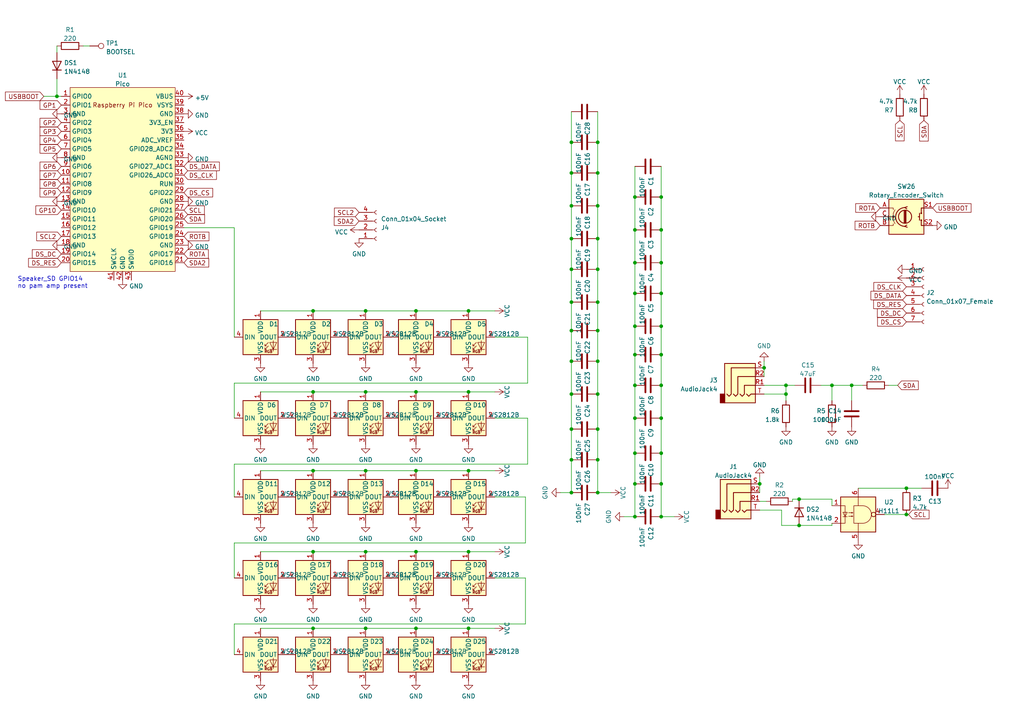
<source format=kicad_sch>
(kicad_sch (version 20230121) (generator eeschema)
  (paper "A4")
  (junction (at 262.89 149.225))
  (junction (at 120.65 113.665))
  (junction (at 65.405 -64.135))
  (junction (at 90.17 -93.98))
  (junction (at 120.65 136.525))
  (junction (at 191.77 57.15))
  (junction (at 173.355 142.875))
  (junction (at 135.89 113.665))
  (junction (at 106.045 113.665))
  (junction (at 191.77 94.615))
  (junction (at 62.23 -37.465))
  (junction (at 173.355 104.775))
  (junction (at 191.77 149.86))
  (junction (at 184.15 85.09))
  (junction (at 184.15 140.335))
  (junction (at 191.77 121.285))
  (junction (at 165.735 95.885))
  (junction (at 36.83 -45.085))
  (junction (at 76.835 -74.93))
  (junction (at 48.26 -37.465))
  (junction (at 22.86 -86.995))
  (junction (at 221.615 106.68))
  (junction (at 135.89 136.525))
  (junction (at 165.735 41.275))
  (junction (at 120.65 182.245))
  (junction (at 16.51 27.94))
  (junction (at 191.77 102.87))
  (junction (at 90.17 -55.88))
  (junction (at 76.835 -55.88))
  (junction (at 22.86 -12.065))
  (junction (at 135.89 182.245))
  (junction (at 173.355 114.3))
  (junction (at 50.8 -45.085))
  (junction (at 231.775 144.78))
  (junction (at 106.045 90.17))
  (junction (at 165.735 78.105))
  (junction (at 184.15 102.87))
  (junction (at 247.015 111.76))
  (junction (at 22.86 -30.48))
  (junction (at 34.29 -93.98))
  (junction (at 191.77 76.2))
  (junction (at 165.735 142.875))
  (junction (at 173.355 124.46))
  (junction (at 90.805 90.17))
  (junction (at 106.045 136.525))
  (junction (at 231.775 152.4))
  (junction (at 184.15 149.86))
  (junction (at 36.83 -26.67))
  (junction (at 191.77 85.09))
  (junction (at 191.77 111.76))
  (junction (at 165.735 59.69))
  (junction (at 65.405 -8.255))
  (junction (at 165.735 104.775))
  (junction (at 173.355 95.885))
  (junction (at 262.89 141.605))
  (junction (at 90.17 -74.93))
  (junction (at 90.17 -37.465))
  (junction (at 135.89 90.17))
  (junction (at 106.045 160.02))
  (junction (at 165.735 50.165))
  (junction (at 173.355 59.69))
  (junction (at 227.965 111.76))
  (junction (at 173.355 41.275))
  (junction (at 227.965 114.3))
  (junction (at 34.29 -37.465))
  (junction (at 34.29 -55.88))
  (junction (at 184.15 94.615))
  (junction (at 173.355 69.215))
  (junction (at 50.8 -8.255))
  (junction (at 90.805 113.665))
  (junction (at 120.65 90.17))
  (junction (at 173.355 133.35))
  (junction (at 65.405 -26.67))
  (junction (at 184.15 121.285))
  (junction (at 62.23 -93.98))
  (junction (at 36.83 -8.255))
  (junction (at 48.26 -55.88))
  (junction (at 76.835 -93.98))
  (junction (at 62.23 -55.88))
  (junction (at 90.805 160.02))
  (junction (at 165.735 87.63))
  (junction (at 22.86 -48.895))
  (junction (at 65.405 -83.185))
  (junction (at 191.77 66.675))
  (junction (at 241.3 111.76))
  (junction (at 173.355 50.165))
  (junction (at 76.835 -37.465))
  (junction (at 184.15 111.76))
  (junction (at 184.15 57.15))
  (junction (at 34.29 -74.93))
  (junction (at 165.735 69.215))
  (junction (at 220.345 140.335))
  (junction (at 173.355 78.105))
  (junction (at 106.045 182.245))
  (junction (at 191.77 140.335))
  (junction (at 65.405 -45.085))
  (junction (at 36.83 -83.185))
  (junction (at 62.23 -74.93))
  (junction (at 184.15 76.2))
  (junction (at 22.86 -67.945))
  (junction (at 50.8 -26.67))
  (junction (at 184.15 66.675))
  (junction (at 36.83 -64.135))
  (junction (at 173.355 87.63))
  (junction (at 90.805 136.525))
  (junction (at 50.8 -64.135))
  (junction (at 165.735 133.35))
  (junction (at 50.8 -83.185))
  (junction (at 184.15 131.445))
  (junction (at 120.65 160.02))
  (junction (at 90.805 182.245))
  (junction (at 48.26 -74.93))
  (junction (at 48.26 -93.98))
  (junction (at 165.735 124.46))
  (junction (at 135.89 160.02))
  (junction (at 165.735 114.3))
  (junction (at 191.77 131.445))
  (wire (pts (xy 60.96 -19.05) (xy 62.23 -19.05)))
  (wire (pts (xy 31.75 -71.755) (xy 31.75 -67.945)))
  (wire (pts (xy 48.26 -37.465) (xy 48.26 -55.88)))
  (wire (pts (xy 38.1 -48.895) (xy 36.83 -48.895)))
  (wire (pts (xy 106.045 90.17) (xy 90.805 90.17)))
  (wire (pts (xy 22.86 -74.93) (xy 22.86 -71.755)))
  (wire (pts (xy 48.26 -55.88) (xy 48.26 -74.93)))
  (wire (pts (xy 165.735 87.63) (xy 165.735 95.885)))
  (wire (pts (xy 76.835 -19.05) (xy 76.835 -37.465)))
  (wire (pts (xy 50.8 -74.93) (xy 50.8 -71.755)))
  (wire (pts (xy 21.59 -12.065) (xy 22.86 -12.065)))
  (wire (pts (xy 38.1 -12.065) (xy 36.83 -12.065)))
  (wire (pts (xy 80.01 -86.995) (xy 78.74 -86.995)))
  (wire (pts (xy 65.405 -52.705) (xy 74.295 -52.705)))
  (wire (pts (xy 50.8 -8.255) (xy 36.83 -8.255)))
  (wire (pts (xy 50.8 -26.67) (xy 36.83 -26.67)))
  (wire (pts (xy 76.835 -93.98) (xy 75.565 -93.98)))
  (wire (pts (xy 120.65 136.525) (xy 106.045 136.525)))
  (wire (pts (xy 229.87 145.415) (xy 229.87 144.78)))
  (wire (pts (xy 50.8 -52.705) (xy 59.69 -52.705)))
  (wire (pts (xy 16.51 13.335) (xy 16.51 15.24)))
  (wire (pts (xy 46.99 -37.465) (xy 48.26 -37.465)))
  (wire (pts (xy 221.615 114.3) (xy 227.965 114.3)))
  (wire (pts (xy 113.03 121.285) (xy 113.665 121.285)))
  (wire (pts (xy 152.4 167.64) (xy 143.51 167.64)))
  (wire (pts (xy 184.15 76.2) (xy 184.15 85.09)))
  (wire (pts (xy 165.735 124.46) (xy 165.735 133.35)))
  (wire (pts (xy 227.965 111.76) (xy 227.965 114.3)))
  (wire (pts (xy 165.735 114.3) (xy 165.735 124.46)))
  (wire (pts (xy 165.735 69.215) (xy 165.735 78.105)))
  (wire (pts (xy 65.405 -34.29) (xy 74.295 -34.29)))
  (wire (pts (xy 173.355 124.46) (xy 173.355 133.35)))
  (wire (pts (xy 22.86 -37.465) (xy 22.86 -34.29)))
  (wire (pts (xy 191.77 57.15) (xy 191.77 66.675)))
  (wire (pts (xy 184.15 111.76) (xy 184.15 121.285)))
  (wire (pts (xy 46.99 -55.88) (xy 48.26 -55.88)))
  (wire (pts (xy 22.86 -48.895) (xy 24.13 -48.895)))
  (wire (pts (xy 90.805 113.665) (xy 75.565 113.665)))
  (wire (pts (xy 78.74 -48.895) (xy 78.74 -45.085)))
  (wire (pts (xy 36.83 -45.085) (xy 22.86 -45.085)))
  (wire (pts (xy 78.74 -19.05) (xy 78.74 -15.875)))
  (wire (pts (xy 22.86 -45.085) (xy 22.86 -48.895)))
  (wire (pts (xy 48.26 -74.93) (xy 48.26 -93.98)))
  (wire (pts (xy 65.405 -67.945) (xy 65.405 -64.135)))
  (wire (pts (xy 21.59 -48.895) (xy 22.86 -48.895)))
  (wire (pts (xy 36.83 -71.755) (xy 45.72 -71.755)))
  (wire (pts (xy 65.405 -30.48) (xy 65.405 -26.67)))
  (wire (pts (xy 173.355 114.3) (xy 173.355 124.46)))
  (wire (pts (xy 153.035 121.285) (xy 143.51 121.285)))
  (wire (pts (xy 74.295 -34.29) (xy 74.295 -30.48)))
  (wire (pts (xy 153.035 121.285) (xy 153.035 134.62)))
  (wire (pts (xy 22.86 -93.98) (xy 22.86 -90.805)))
  (wire (pts (xy 31.75 -52.705) (xy 31.75 -48.895)))
  (wire (pts (xy 191.77 76.2) (xy 191.77 85.09)))
  (wire (pts (xy 76.835 -37.465) (xy 76.835 -55.88)))
  (wire (pts (xy 50.8 -34.29) (xy 59.69 -34.29)))
  (wire (pts (xy 80.01 -12.065) (xy 78.74 -12.065)))
  (wire (pts (xy 80.01 -67.945) (xy 78.74 -67.945)))
  (wire (pts (xy 221.615 109.22) (xy 221.615 106.68)))
  (wire (pts (xy 226.695 147.955) (xy 226.695 152.4)))
  (wire (pts (xy 78.74 -8.255) (xy 65.405 -8.255)))
  (wire (pts (xy 50.8 -55.88) (xy 50.8 -52.705)))
  (wire (pts (xy 135.89 113.665) (xy 120.65 113.665)))
  (wire (pts (xy 135.89 90.17) (xy 120.65 90.17)))
  (wire (pts (xy 184.15 57.15) (xy 184.15 66.675)))
  (wire (pts (xy 36.83 -48.895) (xy 36.83 -45.085)))
  (wire (pts (xy 227.965 114.3) (xy 227.965 116.205)))
  (wire (pts (xy 80.01 -48.895) (xy 78.74 -48.895)))
  (wire (pts (xy 22.86 -64.135) (xy 22.86 -67.945)))
  (wire (pts (xy 24.13 13.335) (xy 26.035 13.335)))
  (wire (pts (xy 59.69 -34.29) (xy 59.69 -30.48)))
  (wire (pts (xy 22.86 -30.48) (xy 24.13 -30.48)))
  (wire (pts (xy 22.86 -15.875) (xy 31.75 -15.875)))
  (wire (pts (xy 184.15 131.445) (xy 184.15 140.335)))
  (wire (pts (xy 173.355 32.385) (xy 173.355 41.275)))
  (wire (pts (xy 65.405 -93.98) (xy 65.405 -90.805)))
  (wire (pts (xy 59.69 -71.755) (xy 59.69 -67.945)))
  (wire (pts (xy 143.51 97.79) (xy 153.035 97.79)))
  (wire (pts (xy 31.75 -34.29) (xy 31.75 -30.48)))
  (wire (pts (xy 173.355 41.275) (xy 173.355 50.165)))
  (wire (pts (xy 241.3 152.4) (xy 231.775 152.4)))
  (wire (pts (xy 143.51 182.245) (xy 135.89 182.245)))
  (wire (pts (xy 34.29 -74.93) (xy 34.29 -55.88)))
  (wire (pts (xy 50.8 -86.995) (xy 50.8 -83.185)))
  (wire (pts (xy 106.045 160.02) (xy 90.805 160.02)))
  (wire (pts (xy 45.72 -71.755) (xy 45.72 -67.945)))
  (wire (pts (xy 165.735 104.775) (xy 165.735 114.3)))
  (wire (pts (xy 66.675 -67.945) (xy 65.405 -67.945)))
  (wire (pts (xy 76.835 -74.93) (xy 76.835 -93.98)))
  (wire (pts (xy 184.15 48.26) (xy 184.15 57.15)))
  (wire (pts (xy 50.8 -12.065) (xy 50.8 -8.255)))
  (wire (pts (xy 135.89 182.245) (xy 120.65 182.245)))
  (wire (pts (xy 62.23 -19.05) (xy 62.23 -37.465)))
  (wire (pts (xy 191.77 111.76) (xy 191.77 121.285)))
  (wire (pts (xy 65.405 -74.93) (xy 65.405 -71.755)))
  (wire (pts (xy 74.295 -15.875) (xy 74.295 -12.065)))
  (wire (pts (xy 50.8 -48.895) (xy 50.8 -45.085)))
  (wire (pts (xy 191.77 149.86) (xy 195.58 149.86)))
  (wire (pts (xy 78.74 -64.135) (xy 65.405 -64.135)))
  (wire (pts (xy 50.8 -64.135) (xy 36.83 -64.135)))
  (wire (pts (xy 173.355 95.885) (xy 173.355 104.775)))
  (wire (pts (xy 65.405 -55.88) (xy 65.405 -52.705)))
  (wire (pts (xy 90.17 -95.25) (xy 90.17 -93.98)))
  (wire (pts (xy 78.74 -30.48) (xy 78.74 -26.67)))
  (wire (pts (xy 65.405 -15.875) (xy 74.295 -15.875)))
  (wire (pts (xy 220.345 145.415) (xy 222.25 145.415)))
  (wire (pts (xy 38.1 -67.945) (xy 36.83 -67.945)))
  (wire (pts (xy 78.74 -83.185) (xy 65.405 -83.185)))
  (wire (pts (xy 113.03 189.865) (xy 113.665 189.865)))
  (wire (pts (xy 247.015 111.76) (xy 241.3 111.76)))
  (wire (pts (xy 34.29 -19.05) (xy 33.02 -19.05)))
  (wire (pts (xy 36.83 -34.29) (xy 45.72 -34.29)))
  (wire (pts (xy 152.4 180.975) (xy 67.945 180.975)))
  (wire (pts (xy 152.4 144.145) (xy 152.4 157.48)))
  (wire (pts (xy 90.805 136.525) (xy 75.565 136.525)))
  (wire (pts (xy 173.355 142.875) (xy 177.165 142.875)))
  (wire (pts (xy 143.51 113.665) (xy 135.89 113.665)))
  (wire (pts (xy 22.86 -71.755) (xy 31.75 -71.755)))
  (wire (pts (xy 65.405 -90.805) (xy 74.295 -90.805)))
  (wire (pts (xy 184.15 140.335) (xy 184.15 149.86)))
  (wire (pts (xy 31.75 -90.805) (xy 31.75 -86.995)))
  (wire (pts (xy 65.405 -37.465) (xy 65.405 -34.29)))
  (wire (pts (xy 60.96 -74.93) (xy 62.23 -74.93)))
  (wire (pts (xy 78.74 -52.705) (xy 87.63 -52.705)))
  (wire (pts (xy 191.77 102.87) (xy 191.77 111.76)))
  (wire (pts (xy 173.355 50.165) (xy 173.355 59.69)))
  (wire (pts (xy 88.9 -19.05) (xy 90.17 -19.05)))
  (wire (pts (xy 173.355 104.775) (xy 173.355 114.3)))
  (wire (pts (xy 38.1 -86.995) (xy 36.83 -86.995)))
  (wire (pts (xy 90.17 -74.93) (xy 90.17 -93.98)))
  (wire (pts (xy 230.505 111.76) (xy 227.965 111.76)))
  (wire (pts (xy 184.15 102.87) (xy 184.15 111.76)))
  (wire (pts (xy 78.74 -90.805) (xy 87.63 -90.805)))
  (wire (pts (xy 33.02 -55.88) (xy 34.29 -55.88)))
  (wire (pts (xy 21.59 -67.945) (xy 22.86 -67.945)))
  (wire (pts (xy 52.07 -12.065) (xy 50.8 -12.065)))
  (wire (pts (xy 59.69 -15.875) (xy 59.69 -12.065)))
  (wire (pts (xy 184.15 149.86) (xy 180.975 149.86)))
  (wire (pts (xy 262.89 149.225) (xy 263.525 149.225)))
  (wire (pts (xy 66.675 -48.895) (xy 65.405 -48.895)))
  (wire (pts (xy 62.23 -95.25) (xy 62.23 -93.98)))
  (wire (pts (xy 191.77 121.285) (xy 191.77 131.445)))
  (wire (pts (xy 36.83 -8.255) (xy 22.86 -8.255)))
  (wire (pts (xy 22.86 -12.065) (xy 24.13 -12.065)))
  (wire (pts (xy 65.405 -86.995) (xy 65.405 -83.185)))
  (wire (pts (xy 120.65 90.17) (xy 106.045 90.17)))
  (wire (pts (xy 90.805 182.245) (xy 75.565 182.245)))
  (wire (pts (xy 50.8 -19.05) (xy 50.8 -15.875)))
  (wire (pts (xy 21.59 -86.995) (xy 22.86 -86.995)))
  (wire (pts (xy 75.565 -37.465) (xy 76.835 -37.465)))
  (wire (pts (xy 226.695 152.4) (xy 231.775 152.4)))
  (wire (pts (xy 153.035 111.125) (xy 67.945 111.125)))
  (wire (pts (xy 191.77 140.335) (xy 191.77 149.86)))
  (wire (pts (xy 229.87 144.78) (xy 231.775 144.78)))
  (wire (pts (xy 66.675 -12.065) (xy 65.405 -12.065)))
  (wire (pts (xy 65.405 -8.255) (xy 50.8 -8.255)))
  (wire (pts (xy 67.945 66.04) (xy 53.34 66.04)))
  (wire (pts (xy 38.1 -30.48) (xy 36.83 -30.48)))
  (wire (pts (xy 165.735 78.105) (xy 165.735 87.63)))
  (wire (pts (xy 16.51 27.94) (xy 17.78 27.94)))
  (wire (pts (xy 87.63 -71.755) (xy 87.63 -67.945)))
  (wire (pts (xy 22.86 -19.05) (xy 22.86 -15.875)))
  (wire (pts (xy 67.945 111.125) (xy 67.945 121.285)))
  (wire (pts (xy 33.02 -37.465) (xy 34.29 -37.465)))
  (wire (pts (xy 36.83 -67.945) (xy 36.83 -64.135)))
  (wire (pts (xy 67.945 157.48) (xy 67.945 167.64)))
  (wire (pts (xy 173.355 133.35) (xy 173.355 142.875)))
  (wire (pts (xy 50.8 -83.185) (xy 36.83 -83.185)))
  (wire (pts (xy 120.65 160.02) (xy 106.045 160.02)))
  (wire (pts (xy 78.74 -12.065) (xy 78.74 -8.255)))
  (wire (pts (xy 65.405 -83.185) (xy 50.8 -83.185)))
  (wire (pts (xy 75.565 -74.93) (xy 76.835 -74.93)))
  (wire (pts (xy 36.83 -52.705) (xy 45.72 -52.705)))
  (wire (pts (xy 75.565 -19.05) (xy 76.835 -19.05)))
  (wire (pts (xy 62.23 -37.465) (xy 62.23 -55.88)))
  (wire (pts (xy 78.74 -15.875) (xy 87.63 -15.875)))
  (wire (pts (xy 173.355 78.105) (xy 173.355 87.63)))
  (wire (pts (xy 52.07 -48.895) (xy 50.8 -48.895)))
  (wire (pts (xy 65.405 -64.135) (xy 50.8 -64.135)))
  (wire (pts (xy 256.54 149.225) (xy 262.89 149.225)))
  (wire (pts (xy 143.51 144.145) (xy 152.4 144.145)))
  (wire (pts (xy 65.405 -26.67) (xy 50.8 -26.67)))
  (wire (pts (xy 106.045 182.245) (xy 90.805 182.245)))
  (wire (pts (xy 184.15 85.09) (xy 184.15 94.615)))
  (wire (pts (xy 33.02 -74.93) (xy 34.29 -74.93)))
  (wire (pts (xy 241.3 146.685) (xy 241.3 144.78)))
  (wire (pts (xy 74.295 -71.755) (xy 74.295 -67.945)))
  (wire (pts (xy 50.8 -15.875) (xy 59.69 -15.875)))
  (wire (pts (xy 227.965 111.76) (xy 221.615 111.76)))
  (wire (pts (xy 90.17 -93.98) (xy 88.9 -93.98)))
  (wire (pts (xy 52.07 -86.995) (xy 50.8 -86.995)))
  (wire (pts (xy 50.8 -71.755) (xy 59.69 -71.755)))
  (wire (pts (xy 59.69 -90.805) (xy 59.69 -86.995)))
  (wire (pts (xy 78.74 -74.93) (xy 78.74 -71.755)))
  (wire (pts (xy 67.945 134.62) (xy 67.945 144.145)))
  (wire (pts (xy 78.74 -71.755) (xy 87.63 -71.755)))
  (wire (pts (xy 173.355 87.63) (xy 173.355 95.885)))
  (wire (pts (xy 50.8 -93.98) (xy 50.8 -90.805)))
  (wire (pts (xy 78.74 -55.88) (xy 78.74 -52.705)))
  (wire (pts (xy 241.3 151.765) (xy 241.3 152.4)))
  (wire (pts (xy 36.83 -93.98) (xy 36.83 -90.805)))
  (wire (pts (xy 262.89 141.605) (xy 267.335 141.605)))
  (wire (pts (xy 173.355 59.69) (xy 173.355 69.215)))
  (wire (pts (xy 50.8 -37.465) (xy 50.8 -34.29)))
  (wire (pts (xy 113.03 144.145) (xy 113.665 144.145)))
  (wire (pts (xy 22.86 -67.945) (xy 24.13 -67.945)))
  (wire (pts (xy 173.355 69.215) (xy 173.355 78.105)))
  (wire (pts (xy 165.735 133.35) (xy 165.735 142.875)))
  (wire (pts (xy 106.045 113.665) (xy 90.805 113.665)))
  (wire (pts (xy 36.83 -55.88) (xy 36.83 -52.705)))
  (wire (pts (xy 22.86 -86.995) (xy 24.13 -86.995)))
  (wire (pts (xy 75.565 -55.88) (xy 76.835 -55.88)))
  (wire (pts (xy 78.74 -26.67) (xy 65.405 -26.67)))
  (wire (pts (xy 50.8 -45.085) (xy 36.83 -45.085)))
  (wire (pts (xy 65.405 -71.755) (xy 74.295 -71.755)))
  (wire (pts (xy 78.74 -34.29) (xy 87.63 -34.29)))
  (wire (pts (xy 36.83 -15.875) (xy 45.72 -15.875)))
  (wire (pts (xy 120.65 182.245) (xy 106.045 182.245)))
  (wire (pts (xy 88.9 -37.465) (xy 90.17 -37.465)))
  (wire (pts (xy 48.26 -19.05) (xy 48.26 -37.465)))
  (wire (pts (xy 153.035 97.79) (xy 153.035 111.125)))
  (wire (pts (xy 184.15 121.285) (xy 184.15 131.445)))
  (wire (pts (xy 87.63 -90.805) (xy 87.63 -86.995)))
  (wire (pts (xy 90.17 -19.05) (xy 90.17 -37.465)))
  (wire (pts (xy 45.72 -34.29) (xy 45.72 -30.48)))
  (wire (pts (xy 143.51 90.17) (xy 135.89 90.17)))
  (wire (pts (xy 184.15 66.675) (xy 184.15 76.2)))
  (wire (pts (xy 135.89 136.525) (xy 120.65 136.525)))
  (wire (pts (xy 87.63 -15.875) (xy 87.63 -12.065)))
  (wire (pts (xy 65.405 -12.065) (xy 65.405 -8.255)))
  (wire (pts (xy 120.65 113.665) (xy 106.045 113.665)))
  (wire (pts (xy 87.63 -34.29) (xy 87.63 -30.48)))
  (wire (pts (xy 45.72 -52.705) (xy 45.72 -48.895)))
  (wire (pts (xy 22.86 -26.67) (xy 22.86 -30.48)))
  (wire (pts (xy 22.86 -34.29) (xy 31.75 -34.29)))
  (wire (pts (xy 152.4 157.48) (xy 67.945 157.48)))
  (wire (pts (xy 220.345 138.43) (xy 220.345 140.335)))
  (wire (pts (xy 60.96 -37.465) (xy 62.23 -37.465)))
  (wire (pts (xy 62.23 -93.98) (xy 60.96 -93.98)))
  (wire (pts (xy 250.19 111.76) (xy 247.015 111.76)))
  (wire (pts (xy 165.735 95.885) (xy 165.735 104.775)))
  (wire (pts (xy 36.83 -90.805) (xy 45.72 -90.805)))
  (wire (pts (xy 67.945 180.975) (xy 67.945 189.865)))
  (wire (pts (xy 165.735 32.385) (xy 165.735 41.275)))
  (wire (pts (xy 78.74 -67.945) (xy 78.74 -64.135)))
  (wire (pts (xy 46.99 -74.93) (xy 48.26 -74.93)))
  (wire (pts (xy 22.86 -55.88) (xy 22.86 -52.705)))
  (wire (pts (xy 191.77 48.26) (xy 191.77 57.15)))
  (wire (pts (xy 165.735 41.275) (xy 165.735 50.165)))
  (wire (pts (xy 62.23 -55.88) (xy 62.23 -74.93)))
  (wire (pts (xy 90.17 -37.465) (xy 90.17 -55.88)))
  (wire (pts (xy 220.345 147.955) (xy 226.695 147.955)))
  (wire (pts (xy 52.07 -30.48) (xy 50.8 -30.48)))
  (wire (pts (xy 22.86 -52.705) (xy 31.75 -52.705)))
  (wire (pts (xy 143.51 136.525) (xy 135.89 136.525)))
  (wire (pts (xy 34.29 -55.88) (xy 34.29 -37.465)))
  (wire (pts (xy 135.89 160.02) (xy 120.65 160.02)))
  (wire (pts (xy 21.59 -30.48) (xy 22.86 -30.48)))
  (wire (pts (xy 67.945 66.04) (xy 67.945 97.79)))
  (wire (pts (xy 36.83 -30.48) (xy 36.83 -26.67)))
  (wire (pts (xy 16.51 22.86) (xy 16.51 27.94)))
  (wire (pts (xy 113.03 97.79) (xy 113.665 97.79)))
  (wire (pts (xy 241.3 144.78) (xy 231.775 144.78)))
  (wire (pts (xy 88.9 -55.88) (xy 90.17 -55.88)))
  (wire (pts (xy 241.3 111.76) (xy 238.125 111.76)))
  (wire (pts (xy 191.77 66.675) (xy 191.77 76.2)))
  (wire (pts (xy 34.29 -93.98) (xy 34.29 -95.25)))
  (wire (pts (xy 221.615 106.68) (xy 221.615 104.775)))
  (wire (pts (xy 165.735 142.875) (xy 162.56 142.875)))
  (wire (pts (xy 45.72 -15.875) (xy 45.72 -12.065)))
  (wire (pts (xy 36.83 -37.465) (xy 36.83 -34.29)))
  (wire (pts (xy 78.74 -86.995) (xy 78.74 -83.185)))
  (wire (pts (xy 184.15 94.615) (xy 184.15 102.87)))
  (wire (pts (xy 22.86 -83.185) (xy 22.86 -86.995)))
  (wire (pts (xy 36.83 -12.065) (xy 36.83 -8.255)))
  (wire (pts (xy 36.83 -74.93) (xy 36.83 -71.755)))
  (wire (pts (xy 62.23 -74.93) (xy 62.23 -93.98)))
  (wire (pts (xy 74.295 -90.805) (xy 74.295 -86.995)))
  (wire (pts (xy 78.74 -45.085) (xy 65.405 -45.085)))
  (wire (pts (xy 34.29 -74.93) (xy 34.29 -93.98)))
  (wire (pts (xy 36.83 -19.05) (xy 36.83 -15.875)))
  (wire (pts (xy 45.72 -90.805) (xy 45.72 -86.995)))
  (wire (pts (xy 220.345 140.335) (xy 220.345 142.875)))
  (wire (pts (xy 50.8 -67.945) (xy 50.8 -64.135)))
  (wire (pts (xy 60.96 -55.88) (xy 62.23 -55.88)))
  (wire (pts (xy 88.9 -74.93) (xy 90.17 -74.93)))
  (wire (pts (xy 31.75 -15.875) (xy 31.75 -12.065)))
  (wire (pts (xy 65.405 -19.05) (xy 65.405 -15.875)))
  (wire (pts (xy 65.405 -48.895) (xy 65.405 -45.085)))
  (wire (pts (xy 165.735 59.69) (xy 165.735 69.215)))
  (wire (pts (xy 22.86 -8.255) (xy 22.86 -12.065)))
  (wire (pts (xy 165.735 50.165) (xy 165.735 59.69)))
  (wire (pts (xy 106.045 136.525) (xy 90.805 136.525)))
  (wire (pts (xy 52.07 -67.945) (xy 50.8 -67.945)))
  (wire (pts (xy 36.83 -83.185) (xy 22.86 -83.185)))
  (wire (pts (xy 152.4 167.64) (xy 152.4 180.975)))
  (wire (pts (xy 76.835 -55.88) (xy 76.835 -74.93)))
  (wire (pts (xy 191.77 94.615) (xy 191.77 102.87)))
  (wire (pts (xy 90.805 90.17) (xy 75.565 90.17)))
  (wire (pts (xy 241.3 111.76) (xy 241.3 116.205)))
  (wire (pts (xy 66.675 -30.48) (xy 65.405 -30.48)))
  (wire (pts (xy 46.99 -19.05) (xy 48.26 -19.05)))
  (wire (pts (xy 65.405 -45.085) (xy 50.8 -45.085)))
  (wire (pts (xy 143.51 160.02) (xy 135.89 160.02)))
  (wire (pts (xy 12.7 27.94) (xy 16.51 27.94)))
  (wire (pts (xy 74.295 -52.705) (xy 74.295 -48.895)))
  (wire (pts (xy 87.63 -52.705) (xy 87.63 -48.895)))
  (wire (pts (xy 80.01 -30.48) (xy 78.74 -30.48)))
  (wire (pts (xy 50.8 -90.805) (xy 59.69 -90.805)))
  (wire (pts (xy 247.015 111.76) (xy 247.015 116.205)))
  (wire (pts (xy 34.29 -37.465) (xy 34.29 -19.05)))
  (wire (pts (xy 191.77 131.445) (xy 191.77 140.335)))
  (wire (pts (xy 59.69 -52.705) (xy 59.69 -48.895)))
  (wire (pts (xy 90.17 -55.88) (xy 90.17 -74.93)))
  (wire (pts (xy 90.805 160.02) (xy 75.565 160.02)))
  (wire (pts (xy 33.02 -93.98) (xy 34.29 -93.98)))
  (wire (pts (xy 78.74 -93.98) (xy 78.74 -90.805)))
  (wire (pts (xy 50.8 -30.48) (xy 50.8 -26.67)))
  (wire (pts (xy 48.26 -93.98) (xy 48.26 -95.25)))
  (wire (pts (xy 76.835 -95.25) (xy 76.835 -93.98)))
  (wire (pts (xy 260.35 111.76) (xy 257.81 111.76)))
  (wire (pts (xy 191.77 85.09) (xy 191.77 94.615)))
  (wire (pts (xy 22.86 -90.805) (xy 31.75 -90.805)))
  (wire (pts (xy 66.675 -86.995) (xy 65.405 -86.995)))
  (wire (pts (xy 46.99 -93.98) (xy 48.26 -93.98)))
  (wire (pts (xy 248.92 141.605) (xy 262.89 141.605)))
  (wire (pts (xy 78.74 -37.465) (xy 78.74 -34.29)))
  (wire (pts (xy 36.83 -64.135) (xy 22.86 -64.135)))
  (wire (pts (xy 36.83 -86.995) (xy 36.83 -83.185)))
  (wire (pts (xy 153.035 134.62) (xy 67.945 134.62)))
  (wire (pts (xy 36.83 -26.67) (xy 22.86 -26.67)))
  (wire (pts (xy 113.03 167.64) (xy 113.665 167.64)))
  (text "Speaker_SD GPIO14\nno pam amp present" (at 5.08 83.82 0) (effects (font (size 1.27 1.27)) (justify left bottom)))
  (global_label "GP9" (shape input) (at 76.835 -95.25 90) (property "Intersheetrefs" "${INTERSHEET_REFS}" (effects hide)))
  (global_label "ROTA" (shape input) (at 53.34 73.66 0) (property "Intersheetrefs" "${INTERSHEET_REFS}" (effects hide)))
  (global_label "GP6" (shape input) (at 17.78 48.26 180) (property "Intersheetrefs" "${INTERSHEET_REFS}" (effects hide)))
  (global_label "GP9" (shape input) (at 17.78 55.88 180) (property "Intersheetrefs" "${INTERSHEET_REFS}" (effects hide)))
  (global_label "DS_RES" (shape input) (at 17.78 76.2 180) (property "Intersheetrefs" "${INTERSHEET_REFS}" (effects hide)))
  (global_label "SCL" (shape input) (at 260.985 34.925 270) (property "Intersheetrefs" "${INTERSHEET_REFS}" (effects hide)))
  (global_label "DS_CLK" (shape input) (at 53.34 50.8 0) (property "Intersheetrefs" "${INTERSHEET_REFS}" (effects hide)))
  (global_label "GP1" (shape input) (at 21.59 -86.995 180) (property "Intersheetrefs" "${INTERSHEET_REFS}" (effects hide)))
  (global_label "GP6" (shape input) (at 34.29 -95.25 90) (property "Intersheetrefs" "${INTERSHEET_REFS}" (effects hide)))
  (global_label "SDA" (shape input) (at 267.97 34.925 270) (property "Intersheetrefs" "${INTERSHEET_REFS}" (effects hide)))
  (global_label "GP7" (shape input) (at 17.78 50.8 180) (property "Intersheetrefs" "${INTERSHEET_REFS}" (effects hide)))
  (global_label "SCL" (shape input) (at 53.34 60.96 0) (property "Intersheetrefs" "${INTERSHEET_REFS}" (effects hide)))
  (global_label "GP3" (shape input) (at 17.78 38.1 180) (property "Intersheetrefs" "${INTERSHEET_REFS}" (effects hide)))
  (global_label "DS_CS" (shape input) (at 262.89 93.345 180) (property "Intersheetrefs" "${INTERSHEET_REFS}" (effects hide)))
  (global_label "SCL2" (shape input) (at 104.14 61.595 180) (property "Intersheetrefs" "${INTERSHEET_REFS}" (effects hide)))
  (global_label "DS_DC" (shape input) (at 262.89 90.805 180) (property "Intersheetrefs" "${INTERSHEET_REFS}" (effects hide)))
  (global_label "GP2" (shape input) (at 21.59 -67.945 180) (property "Intersheetrefs" "${INTERSHEET_REFS}" (effects hide)))
  (global_label "ROTB" (shape input) (at 255.27 65.405 180) (property "Intersheetrefs" "${INTERSHEET_REFS}" (effects hide)))
  (global_label "ROTB" (shape input) (at 53.34 68.58 0) (property "Intersheetrefs" "${INTERSHEET_REFS}" (effects hide)))
  (global_label "DS_DC" (shape input) (at 17.78 73.66 180) (property "Intersheetrefs" "${INTERSHEET_REFS}" (effects hide)))
  (global_label "SDA2" (shape input) (at 104.14 64.135 180) (property "Intersheetrefs" "${INTERSHEET_REFS}" (effects hide)))
  (global_label "GP1" (shape input) (at 17.78 30.48 180) (property "Intersheetrefs" "${INTERSHEET_REFS}" (effects hide)))
  (global_label "GP8" (shape input) (at 17.78 53.34 180) (property "Intersheetrefs" "${INTERSHEET_REFS}" (effects hide)))
  (global_label "GP5" (shape input) (at 17.78 43.18 180) (property "Intersheetrefs" "${INTERSHEET_REFS}" (effects hide)))
  (global_label "DS_DATA" (shape input) (at 53.34 48.26 0) (property "Intersheetrefs" "${INTERSHEET_REFS}" (effects hide)))
  (global_label "GP4" (shape input) (at 21.59 -30.48 180) (property "Intersheetrefs" "${INTERSHEET_REFS}" (effects hide)))
  (global_label "GP5" (shape input) (at 21.59 -12.065 180) (property "Intersheetrefs" "${INTERSHEET_REFS}" (effects hide)))
  (global_label "DS_CLK" (shape input) (at 262.89 83.185 180) (property "Intersheetrefs" "${INTERSHEET_REFS}" (effects hide)))
  (global_label "DS_DATA" (shape input) (at 262.89 85.725 180) (property "Intersheetrefs" "${INTERSHEET_REFS}" (effects hide)))
  (global_label "GP3" (shape input) (at 21.59 -48.895 180) (property "Intersheetrefs" "${INTERSHEET_REFS}" (effects hide)))
  (global_label "GP4" (shape input) (at 17.78 40.64 180) (property "Intersheetrefs" "${INTERSHEET_REFS}" (effects hide)))
  (global_label "SDA2" (shape input) (at 53.34 76.2 0) (property "Intersheetrefs" "${INTERSHEET_REFS}" (effects hide)))
  (global_label "SDA" (shape input) (at 260.35 111.76 0) (property "Intersheetrefs" "${INTERSHEET_REFS}" (effects hide)))
  (global_label "USBBOOT" (shape input) (at 12.7 27.94 180) (property "Intersheetrefs" "${INTERSHEET_REFS}" (effects hide)))
  (global_label "GP7" (shape input) (at 48.26 -95.25 90) (property "Intersheetrefs" "${INTERSHEET_REFS}" (effects hide)))
  (global_label "SCL" (shape input) (at 263.525 149.225 0) (property "Intersheetrefs" "${INTERSHEET_REFS}" (effects hide)))
  (global_label "GP8" (shape input) (at 62.23 -95.25 90) (property "Intersheetrefs" "${INTERSHEET_REFS}" (effects hide)))
  (global_label "USBBOOT" (shape input) (at 270.51 60.325 0) (property "Intersheetrefs" "${INTERSHEET_REFS}" (effects hide)))
  (global_label "GP10" (shape input) (at 90.17 -95.25 90) (property "Intersheetrefs" "${INTERSHEET_REFS}" (effects hide)))
  (global_label "DS_CS" (shape input) (at 53.34 55.88 0) (property "Intersheetrefs" "${INTERSHEET_REFS}" (effects hide)))
  (global_label "GP10" (shape input) (at 17.78 60.96 180) (property "Intersheetrefs" "${INTERSHEET_REFS}" (effects hide)))
  (global_label "DS_RES" (shape input) (at 262.89 88.265 180) (property "Intersheetrefs" "${INTERSHEET_REFS}" (effects hide)))
  (global_label "SCL2" (shape input) (at 17.78 68.58 180) (property "Intersheetrefs" "${INTERSHEET_REFS}" (effects hide)))
  (global_label "SDA" (shape input) (at 53.34 63.5 0) (property "Intersheetrefs" "${INTERSHEET_REFS}" (effects hide)))
  (global_label "ROTA" (shape input) (at 255.27 60.325 180) (property "Intersheetrefs" "${INTERSHEET_REFS}" (effects hide)))
  (global_label "GP2" (shape input) (at 17.78 35.56 180) (property "Intersheetrefs" "${INTERSHEET_REFS}" (effects hide)))
  (symbol (lib_id "Device:C") (at 169.545 32.385 270) (unit 1)
    (property "Reference" "C28" (at 170.3797 35.306 0) (effects (justify left)))
    (property "Value" "100nF" (at 167.8428 35.306 0) (effects (justify left)))
    (property "Footprint" "Capacitor_SMD:C_0603_1608Metric_Pad1.08x0.95mm_HandSolder" (effects hide))
  )
  (symbol (lib_id "power:VCC") (at 143.51 113.665 270) (unit 1)
    (property "Reference" "#PWR09" (effects hide))
    (property "Value" "VCC" (at 147.0858 113.665 0))
  )
  (symbol (lib_id "power:GND") (at 53.34 58.42 90) (unit 1)
    (property "Reference" "#PWR018" (effects hide))
    (property "Value" "GND" (at 56.515 58.8538 90) (effects (justify right)))
  )
  (symbol (lib_id "power:GND") (at 35.56 81.28 0) (unit 1)
    (property "Reference" "#PWR012" (effects hide))
    (property "Value" "GND" (at 37.465 82.9838 0) (effects (justify left)))
  )
  (symbol (lib_id "LED:WS2812B") (at 90.805 97.79 0) (unit 1)
    (property "Reference" "D2" (at 94.615 93.98 0))
    (property "Value" "WS2812B" (at 101.1109 96.8685 0))
    (property "Footprint" "LED_SMD:LED_SK6812MINI_PLCC4_3.5x3.5mm_P1.75mm" (effects hide))
    (property "Datasheet" "https://cdn-shop.adafruit.com/datasheets/WS2812B.pdf" (effects hide))
  )
  (symbol (lib_id "Switch:SW_Push") (at 70.485 -55.88 0) (unit 1)
    (property "Reference" "SW14" (at 70.485 -60.96 0))
    (property "Value" "SW_Push" (at 70.485 -58.42 0))
    (property "Footprint" "Button_Switch_SMD:SW_SPST_PTS645" (effects hide))
  )
  (symbol (lib_id "power:GND") (at 120.65 105.41 0) (unit 1)
    (property "Reference" "#PWR011" (effects hide))
    (property "Value" "GND" (at 120.65 109.8534 0))
  )
  (symbol (lib_id "Diode:1N4148") (at 70.485 -86.995 0) (unit 1)
    (property "Reference" "DS6" (at 70.485 -91.44 0))
    (property "Value" "1N4148" (at 70.485 -88.9 0))
    (property "Footprint" "Diode_SMD:D_0805_2012Metric_Pad1.15x1.40mm_HandSolder" (effects hide))
    (property "Datasheet" "https://assets.nexperia.com/documents/data-sheet/1N4148_1N4448.pdf" (effects hide))
  )
  (symbol (lib_id "power:GND") (at 90.805 128.905 0) (unit 1)
    (property "Reference" "#PWR020" (effects hide))
    (property "Value" "GND" (at 90.805 133.3484 0))
  )
  (symbol (lib_id "power:VCC") (at 143.51 90.17 270) (unit 1)
    (property "Reference" "#PWR08" (effects hide))
    (property "Value" "VCC" (at 147.0858 90.17 0))
  )
  (symbol (lib_id "power:VCC") (at 262.89 80.645 90) (unit 1)
    (property "Reference" "#PWR034" (effects hide))
    (property "Value" "VCC" (at 263.525 81.0788 90) (effects (justify right)))
  )
  (symbol (lib_id "power:VCC") (at 53.34 38.1 270) (unit 1)
    (property "Reference" "#PWR016" (effects hide))
    (property "Value" "VCC" (at 56.515 38.5338 90) (effects (justify left)))
  )
  (symbol (lib_id "Device:C") (at 169.545 142.875 270) (unit 1)
    (property "Reference" "C27" (at 170.3797 145.796 0) (effects (justify left)))
    (property "Value" "100nF" (at 167.8428 145.796 0) (effects (justify left)))
    (property "Footprint" "Capacitor_SMD:C_0603_1608Metric_Pad1.08x0.95mm_HandSolder" (effects hide))
  )
  (symbol (lib_id "Device:C") (at 169.545 124.46 270) (unit 1)
    (property "Reference" "C25" (at 170.3797 127.381 0) (effects (justify left)))
    (property "Value" "100nF" (at 167.8428 127.381 0) (effects (justify left)))
    (property "Footprint" "Capacitor_SMD:C_0603_1608Metric_Pad1.08x0.95mm_HandSolder" (effects hide))
  )
  (symbol (lib_id "Connector:Conn_01x07_Female") (at 267.97 85.725 0) (unit 1)
    (property "Reference" "J2" (at 268.6812 84.8903 0) (effects (justify left)))
    (property "Value" "Conn_01x07_Female" (at 268.6812 87.4272 0) (effects (justify left)))
    (property "Footprint" "Connector_PinHeader_2.54mm:PinHeader_1x07_P2.54mm_Vertical" (effects hide))
  )
  (symbol (lib_id "Switch:SW_Push") (at 27.94 -19.05 0) (unit 1)
    (property "Reference" "SW21" (at 27.94 -24.13 0))
    (property "Value" "SW_Push" (at 27.94 -21.59 0))
    (property "Footprint" "Button_Switch_SMD:SW_SPST_PTS645" (effects hide))
  )
  (symbol (lib_id "Connector:AudioJack4") (at 216.535 109.22 0) (unit 1)
    (property "Reference" "J3" (at 208.153 110.2903 0) (effects (justify right)))
    (property "Value" "AudioJack4" (at 208.153 112.8272 0) (effects (justify right)))
    (property "Footprint" "davedarko:Jack_3.5mm_PJ320D_Horizontal" (effects hide))
  )
  (symbol (lib_id "power:GND") (at 220.345 138.43 0) (mirror x) (unit 1)
    (property "Reference" "#PWR032" (effects hide))
    (property "Value" "GND" (at 220.345 134.8542 0))
  )
  (symbol (lib_id "LED:WS2812B") (at 135.89 144.145 0) (unit 1)
    (property "Reference" "D15" (at 139.065 140.335 0))
    (property "Value" "WS2812B" (at 146.1959 143.2235 0))
    (property "Footprint" "LED_SMD:LED_SK6812MINI_PLCC4_3.5x3.5mm_P1.75mm" (effects hide))
    (property "Datasheet" "https://cdn-shop.adafruit.com/datasheets/WS2812B.pdf" (effects hide))
  )
  (symbol (lib_id "power:GND") (at 120.65 128.905 0) (unit 1)
    (property "Reference" "#PWR022" (effects hide))
    (property "Value" "GND" (at 120.65 133.3484 0))
  )
  (symbol (lib_id "LED:WS2812B") (at 106.045 97.79 0) (unit 1)
    (property "Reference" "D3" (at 109.855 93.98 0))
    (property "Value" "WS2812B" (at 116.3509 96.8685 0))
    (property "Footprint" "LED_SMD:LED_SK6812MINI_PLCC4_3.5x3.5mm_P1.75mm" (effects hide))
    (property "Datasheet" "https://cdn-shop.adafruit.com/datasheets/WS2812B.pdf" (effects hide))
  )
  (symbol (lib_id "Diode:1N4148") (at 55.88 -67.945 0) (unit 1)
    (property "Reference" "DS10" (at 55.88 -72.39 0))
    (property "Value" "1N4148" (at 55.88 -69.85 0))
    (property "Footprint" "Diode_SMD:D_0805_2012Metric_Pad1.15x1.40mm_HandSolder" (effects hide))
    (property "Datasheet" "https://assets.nexperia.com/documents/data-sheet/1N4148_1N4448.pdf" (effects hide))
  )
  (symbol (lib_id "power:GND") (at 120.65 175.26 0) (unit 1)
    (property "Reference" "#PWR050" (effects hide))
    (property "Value" "GND" (at 120.65 179.7034 0))
  )
  (symbol (lib_id "LED:WS2812B") (at 106.045 121.285 0) (unit 1)
    (property "Reference" "D8" (at 109.22 117.475 0))
    (property "Value" "WS2812B" (at 116.3509 120.3635 0))
    (property "Footprint" "LED_SMD:LED_SK6812MINI_PLCC4_3.5x3.5mm_P1.75mm" (effects hide))
    (property "Datasheet" "https://cdn-shop.adafruit.com/datasheets/WS2812B.pdf" (effects hide))
  )
  (symbol (lib_id "power:GND") (at 53.34 45.72 90) (unit 1)
    (property "Reference" "#PWR017" (effects hide))
    (property "Value" "GND" (at 56.515 46.1538 90) (effects (justify right)))
  )
  (symbol (lib_id "LED:WS2812B") (at 106.045 167.64 0) (unit 1)
    (property "Reference" "D18" (at 109.22 163.83 0))
    (property "Value" "WS2812B" (at 116.3509 166.7185 0))
    (property "Footprint" "LED_SMD:LED_SK6812MINI_PLCC4_3.5x3.5mm_P1.75mm" (effects hide))
    (property "Datasheet" "https://cdn-shop.adafruit.com/datasheets/WS2812B.pdf" (effects hide))
  )
  (symbol (lib_id "LED:WS2812B") (at 135.89 97.79 0) (unit 1)
    (property "Reference" "D5" (at 139.7 93.98 0))
    (property "Value" "WS2812B" (at 146.1959 96.8685 0))
    (property "Footprint" "LED_SMD:LED_SK6812MINI_PLCC4_3.5x3.5mm_P1.75mm" (effects hide))
    (property "Datasheet" "https://cdn-shop.adafruit.com/datasheets/WS2812B.pdf" (effects hide))
  )
  (symbol (lib_id "LED:WS2812B") (at 75.565 189.865 0) (unit 1)
    (property "Reference" "D21" (at 78.74 186.055 0))
    (property "Value" "WS2812B" (at 85.8709 188.9435 0))
    (property "Footprint" "LED_SMD:LED_SK6812MINI_PLCC4_3.5x3.5mm_P1.75mm" (effects hide))
    (property "Datasheet" "https://cdn-shop.adafruit.com/datasheets/WS2812B.pdf" (effects hide))
  )
  (symbol (lib_id "power:VCC") (at 104.14 66.675 90) (unit 1)
    (property "Reference" "#PWR059" (effects hide))
    (property "Value" "VCC" (at 100.965 67.31 90) (effects (justify left)))
  )
  (symbol (lib_id "power:VCC") (at 143.51 160.02 270) (unit 1)
    (property "Reference" "#PWR046" (effects hide))
    (property "Value" "VCC" (at 147.0858 160.02 0))
  )
  (symbol (lib_id "Device:C") (at 187.96 111.76 270) (unit 1)
    (property "Reference" "C8" (at 188.7947 114.681 0) (effects (justify left)))
    (property "Value" "100nF" (at 186.2578 114.681 0) (effects (justify left)))
    (property "Footprint" "Capacitor_SMD:C_0603_1608Metric_Pad1.08x0.95mm_HandSolder" (effects hide))
  )
  (symbol (lib_id "LED:WS2812B") (at 106.045 144.145 0) (unit 1)
    (property "Reference" "D13" (at 109.22 140.335 0))
    (property "Value" "WS2812B" (at 116.3509 143.2235 0))
    (property "Footprint" "LED_SMD:LED_SK6812MINI_PLCC4_3.5x3.5mm_P1.75mm" (effects hide))
    (property "Datasheet" "https://cdn-shop.adafruit.com/datasheets/WS2812B.pdf" (effects hide))
  )
  (symbol (lib_id "power:GND") (at 90.805 105.41 0) (unit 1)
    (property "Reference" "#PWR02" (effects hide))
    (property "Value" "GND" (at 90.805 109.8534 0))
  )
  (symbol (lib_id "Diode:1N4148") (at 16.51 19.05 90) (unit 1)
    (property "Reference" "DS1" (at 18.542 18.2153 90) (effects (justify right)))
    (property "Value" "1N4148" (at 18.542 20.7522 90) (effects (justify right)))
    (property "Footprint" "Diode_SMD:D_0805_2012Metric_Pad1.15x1.40mm_HandSolder" (effects hide))
    (property "Datasheet" "https://assets.nexperia.com/documents/data-sheet/1N4148_1N4448.pdf" (effects hide))
  )
  (symbol (lib_id "Switch:SW_Push") (at 83.82 -55.88 0) (unit 1)
    (property "Reference" "SW15" (at 83.82 -60.96 0))
    (property "Value" "SW_Push" (at 83.82 -58.42 0))
    (property "Footprint" "Button_Switch_SMD:SW_SPST_PTS645" (effects hide))
  )
  (symbol (lib_id "Connector:Conn_01x04_Socket") (at 109.22 66.675 0) (mirror x) (unit 1)
    (property "Reference" "J4" (at 110.49 66.04 0) (effects (justify left)))
    (property "Value" "Conn_01x04_Socket" (at 110.49 63.5 0) (effects (justify left)))
    (property "Footprint" "Connector_JST:JST_SH_SM04B-SRSS-TB_1x04-1MP_P1.00mm_Horizontal" (effects hide))
  )
  (symbol (lib_id "power:GND") (at 255.27 62.865 270) (unit 1)
    (property "Reference" "#PWR031" (effects hide))
    (property "Value" "GND" (at 255.905 63.2988 90) (effects (justify left)))
  )
  (symbol (lib_id "power:VCC") (at 195.58 149.86 270) (unit 1)
    (property "Reference" "#PWR030" (effects hide))
    (property "Value" "VCC" (at 199.1558 149.86 0))
  )
  (symbol (lib_id "Device:C") (at 187.96 140.335 270) (unit 1)
    (property "Reference" "C11" (at 188.7947 143.256 0) (effects (justify left)))
    (property "Value" "100nF" (at 186.2578 143.256 0) (effects (justify left)))
    (property "Footprint" "Capacitor_SMD:C_0603_1608Metric_Pad1.08x0.95mm_HandSolder" (effects hide))
  )
  (symbol (lib_id "Device:C") (at 187.96 121.285 270) (unit 1)
    (property "Reference" "C9" (at 188.7947 124.206 0) (effects (justify left)))
    (property "Value" "100nF" (at 186.2578 124.206 0) (effects (justify left)))
    (property "Footprint" "Capacitor_SMD:C_0603_1608Metric_Pad1.08x0.95mm_HandSolder" (effects hide))
  )
  (symbol (lib_id "LED:WS2812B") (at 75.565 144.145 0) (unit 1)
    (property "Reference" "D11" (at 78.74 140.335 0))
    (property "Value" "WS2812B" (at 85.8709 143.2235 0))
    (property "Footprint" "LED_SMD:LED_SK6812MINI_PLCC4_3.5x3.5mm_P1.75mm" (effects hide))
    (property "Datasheet" "https://cdn-shop.adafruit.com/datasheets/WS2812B.pdf" (effects hide))
  )
  (symbol (lib_id "LED:WS2812B") (at 120.65 167.64 0) (unit 1)
    (property "Reference" "D19" (at 123.825 163.83 0))
    (property "Value" "WS2812B" (at 130.9559 166.7185 0))
    (property "Footprint" "LED_SMD:LED_SK6812MINI_PLCC4_3.5x3.5mm_P1.75mm" (effects hide))
    (property "Datasheet" "https://cdn-shop.adafruit.com/datasheets/WS2812B.pdf" (effects hide))
  )
  (symbol (lib_id "Switch:SW_Push") (at 41.91 -55.88 0) (unit 1)
    (property "Reference" "SW12" (at 41.91 -61.595 0))
    (property "Value" "SW_Push" (at 41.91 -59.055 0))
    (property "Footprint" "Button_Switch_SMD:SW_SPST_PTS645" (effects hide))
  )
  (symbol (lib_id "Switch:SW_Push") (at 27.94 -55.88 0) (unit 1)
    (property "Reference" "SW11" (at 27.94 -61.595 0))
    (property "Value" "SW_Push" (at 27.94 -59.055 0))
    (property "Footprint" "Button_Switch_SMD:SW_SPST_PTS645" (effects hide))
  )
  (symbol (lib_id "Diode:1N4148") (at 41.91 -12.065 0) (unit 1)
    (property "Reference" "DS24" (at 41.91 -16.51 0))
    (property "Value" "1N4148" (at 41.91 -13.97 0))
    (property "Footprint" "Diode_SMD:D_0805_2012Metric_Pad1.15x1.40mm_HandSolder" (effects hide))
    (property "Datasheet" "https://assets.nexperia.com/documents/data-sheet/1N4148_1N4448.pdf" (effects hide))
  )
  (symbol (lib_id "power:GND") (at 248.92 156.845 0) (mirror y) (unit 1)
    (property "Reference" "#PWR036" (effects hide))
    (property "Value" "GND" (at 248.92 161.2884 0))
  )
  (symbol (lib_id "power:GND") (at 90.805 197.485 0) (unit 1)
    (property "Reference" "#PWR054" (effects hide))
    (property "Value" "GND" (at 90.805 201.9284 0))
  )
  (symbol (lib_id "Diode:1N4148") (at 70.485 -30.48 0) (unit 1)
    (property "Reference" "DS21" (at 70.485 -34.925 0))
    (property "Value" "1N4148" (at 70.485 -32.385 0))
    (property "Footprint" "Diode_SMD:D_0805_2012Metric_Pad1.15x1.40mm_HandSolder" (effects hide))
    (property "Datasheet" "https://assets.nexperia.com/documents/data-sheet/1N4148_1N4448.pdf" (effects hide))
  )
  (symbol (lib_id "Isolator:H11L1") (at 248.92 149.225 0) (unit 1)
    (property "Reference" "U2" (at 257.8349 145.6523 0))
    (property "Value" "H11L1" (at 257.8349 148.1892 0))
    (property "Footprint" "Package_DIP:DIP-6_W8.89mm_SMDSocket_LongPads" (effects hide))
    (property "Datasheet" "https://www.onsemi.com/pub/Collateral/H11L3M-D.PDF" (effects hide))
  )
  (symbol (lib_id "Diode:1N4148") (at 83.82 -30.48 0) (unit 1)
    (property "Reference" "DS22" (at 83.82 -34.925 0))
    (property "Value" "1N4148" (at 83.82 -32.385 0))
    (property "Footprint" "Diode_SMD:D_0805_2012Metric_Pad1.15x1.40mm_HandSolder" (effects hide))
    (property "Datasheet" "https://assets.nexperia.com/documents/data-sheet/1N4148_1N4448.pdf" (effects hide))
  )
  (symbol (lib_id "Device:R") (at 226.06 145.415 90) (unit 1)
    (property "Reference" "R2" (at 226.06 140.6992 90))
    (property "Value" "220" (at 226.06 143.2361 90))
    (property "Footprint" "Resistor_SMD:R_0603_1608Metric_Pad0.98x0.95mm_HandSolder" (effects hide))
  )
  (symbol (lib_id "Diode:1N4148") (at 27.94 -67.945 0) (unit 1)
    (property "Reference" "DS8" (at 27.94 -72.39 0))
    (property "Value" "1N4148" (at 27.94 -69.85 0))
    (property "Footprint" "Diode_SMD:D_0805_2012Metric_Pad1.15x1.40mm_HandSolder" (effects hide))
    (property "Datasheet" "https://assets.nexperia.com/documents/data-sheet/1N4148_1N4448.pdf" (effects hide))
  )
  (symbol (lib_id "power:GND") (at 120.65 197.485 0) (unit 1)
    (property "Reference" "#PWR056" (effects hide))
    (property "Value" "GND" (at 120.65 201.9284 0))
  )
  (symbol (lib_id "LED:WS2812B") (at 90.805 167.64 0) (unit 1)
    (property "Reference" "D17" (at 93.98 163.83 0))
    (property "Value" "WS2812B" (at 101.1109 166.7185 0))
    (property "Footprint" "LED_SMD:LED_SK6812MINI_PLCC4_3.5x3.5mm_P1.75mm" (effects hide))
    (property "Datasheet" "https://cdn-shop.adafruit.com/datasheets/WS2812B.pdf" (effects hide))
  )
  (symbol (lib_id "Diode:1N4148") (at 41.91 -67.945 0) (unit 1)
    (property "Reference" "DS9" (at 41.91 -72.39 0))
    (property "Value" "1N4148" (at 41.91 -69.85 0))
    (property "Footprint" "Diode_SMD:D_0805_2012Metric_Pad1.15x1.40mm_HandSolder" (effects hide))
    (property "Datasheet" "https://assets.nexperia.com/documents/data-sheet/1N4148_1N4448.pdf" (effects hide))
  )
  (symbol (lib_id "power:GND") (at 247.015 123.825 0) (mirror y) (unit 1)
    (property "Reference" "#PWR038" (effects hide))
    (property "Value" "GND" (at 247.015 128.2684 0))
  )
  (symbol (lib_id "Device:C") (at 271.145 141.605 90) (unit 1)
    (property "Reference" "C13" (at 271.145 145.415 90))
    (property "Value" "100nF" (at 271.145 138.2831 90))
    (property "Footprint" "Capacitor_SMD:C_0603_1608Metric_Pad1.08x0.95mm_HandSolder" (effects hide))
  )
  (symbol (lib_id "Device:C") (at 169.545 41.275 270) (unit 1)
    (property "Reference" "C16" (at 170.3797 44.196 0) (effects (justify left)))
    (property "Value" "100nF" (at 167.8428 44.196 0) (effects (justify left)))
    (property "Footprint" "Capacitor_SMD:C_0603_1608Metric_Pad1.08x0.95mm_HandSolder" (effects hide))
  )
  (symbol (lib_id "Diode:1N4148") (at 27.94 -30.48 0) (unit 1)
    (property "Reference" "DS18" (at 27.94 -34.925 0))
    (property "Value" "1N4148" (at 27.94 -32.385 0))
    (property "Footprint" "Diode_SMD:D_0805_2012Metric_Pad1.15x1.40mm_HandSolder" (effects hide))
    (property "Datasheet" "https://assets.nexperia.com/documents/data-sheet/1N4148_1N4448.pdf" (effects hide))
  )
  (symbol (lib_id "power:GND") (at 106.045 175.26 0) (unit 1)
    (property "Reference" "#PWR049" (effects hide))
    (property "Value" "GND" (at 106.045 179.7034 0))
  )
  (symbol (lib_id "power:GND") (at 106.045 151.765 0) (unit 1)
    (property "Reference" "#PWR027" (effects hide))
    (property "Value" "GND" (at 106.045 156.2084 0))
  )
  (symbol (lib_id "power:GND") (at 120.65 151.765 0) (unit 1)
    (property "Reference" "#PWR044" (effects hide))
    (property "Value" "GND" (at 120.65 156.2084 0))
  )
  (symbol (lib_id "Device:C") (at 187.96 102.87 270) (unit 1)
    (property "Reference" "C7" (at 188.7947 105.791 0) (effects (justify left)))
    (property "Value" "100nF" (at 186.2578 105.791 0) (effects (justify left)))
    (property "Footprint" "Capacitor_SMD:C_0603_1608Metric_Pad1.08x0.95mm_HandSolder" (effects hide))
  )
  (symbol (lib_id "Diode:1N4148") (at 70.485 -12.065 0) (unit 1)
    (property "Reference" "DS26" (at 70.485 -16.51 0))
    (property "Value" "1N4148" (at 70.485 -13.97 0))
    (property "Footprint" "Diode_SMD:D_0805_2012Metric_Pad1.15x1.40mm_HandSolder" (effects hide))
    (property "Datasheet" "https://assets.nexperia.com/documents/data-sheet/1N4148_1N4448.pdf" (effects hide))
  )
  (symbol (lib_id "Device:C") (at 169.545 95.885 270) (unit 1)
    (property "Reference" "C22" (at 170.3797 98.806 0) (effects (justify left)))
    (property "Value" "100nF" (at 167.8428 98.806 0) (effects (justify left)))
    (property "Footprint" "Capacitor_SMD:C_0603_1608Metric_Pad1.08x0.95mm_HandSolder" (effects hide))
  )
  (symbol (lib_id "LED:WS2812B") (at 120.65 144.145 0) (unit 1)
    (property "Reference" "D14" (at 123.825 140.335 0))
    (property "Value" "WS2812B" (at 130.9559 143.2235 0))
    (property "Footprint" "LED_SMD:LED_SK6812MINI_PLCC4_3.5x3.5mm_P1.75mm" (effects hide))
    (property "Datasheet" "https://cdn-shop.adafruit.com/datasheets/WS2812B.pdf" (effects hide))
  )
  (symbol (lib_id "Switch:SW_Push") (at 83.82 -93.98 0) (unit 1)
    (property "Reference" "SW5" (at 83.82 -99.06 0))
    (property "Value" "SW_Push" (at 83.82 -96.52 0))
    (property "Footprint" "Button_Switch_SMD:SW_SPST_PTS645" (effects hide))
  )
  (symbol (lib_id "Switch:SW_Push") (at 55.88 -74.93 0) (unit 1)
    (property "Reference" "SW8" (at 55.88 -80.645 0))
    (property "Value" "SW_Push" (at 55.88 -78.105 0))
    (property "Footprint" "Button_Switch_SMD:SW_SPST_PTS645" (effects hide))
  )
  (symbol (lib_id "Device:C") (at 187.96 85.09 270) (unit 1)
    (property "Reference" "C5" (at 188.7947 88.011 0) (effects (justify left)))
    (property "Value" "100nF" (at 186.2578 88.011 0) (effects (justify left)))
    (property "Footprint" "Capacitor_SMD:C_0603_1608Metric_Pad1.08x0.95mm_HandSolder" (effects hide))
  )
  (symbol (lib_id "power:GND") (at 75.565 197.485 0) (unit 1)
    (property "Reference" "#PWR053" (effects hide))
    (property "Value" "GND" (at 75.565 201.9284 0))
  )
  (symbol (lib_id "Device:C") (at 169.545 104.775 270) (unit 1)
    (property "Reference" "C23" (at 170.3797 107.696 0) (effects (justify left)))
    (property "Value" "100nF" (at 167.8428 107.696 0) (effects (justify left)))
    (property "Footprint" "Capacitor_SMD:C_0603_1608Metric_Pad1.08x0.95mm_HandSolder" (effects hide))
  )
  (symbol (lib_id "power:GND") (at 75.565 128.905 0) (unit 1)
    (property "Reference" "#PWR013" (effects hide))
    (property "Value" "GND" (at 75.565 133.3484 0))
  )
  (symbol (lib_id "power:GND") (at 75.565 151.765 0) (unit 1)
    (property "Reference" "#PWR025" (effects hide))
    (property "Value" "GND" (at 75.565 156.2084 0))
  )
  (symbol (lib_id "Switch:SW_Push") (at 70.485 -74.93 0) (unit 1)
    (property "Reference" "SW9" (at 70.485 -80.645 0))
    (property "Value" "SW_Push" (at 70.485 -78.105 0))
    (property "Footprint" "Button_Switch_SMD:SW_SPST_PTS645" (effects hide))
  )
  (symbol (lib_id "power:GND") (at 53.34 71.12 90) (unit 1)
    (property "Reference" "#PWR019" (effects hide))
    (property "Value" "GND" (at 56.515 71.5538 90) (effects (justify right)))
  )
  (symbol (lib_id "power:GND") (at 241.3 123.825 0) (mirror y) (unit 1)
    (property "Reference" "#PWR039" (effects hide))
    (property "Value" "GND" (at 241.3 128.2684 0))
  )
  (symbol (lib_id "power:GND") (at 135.89 128.905 0) (unit 1)
    (property "Reference" "#PWR023" (effects hide))
    (property "Value" "GND" (at 135.89 133.3484 0))
  )
  (symbol (lib_id "power:GND") (at 270.51 65.405 90) (unit 1)
    (property "Reference" "#PWR035" (effects hide))
    (property "Value" "GND" (at 273.685 65.8388 90) (effects (justify right)))
  )
  (symbol (lib_id "LED:WS2812B") (at 120.65 97.79 0) (unit 1)
    (property "Reference" "D4" (at 124.46 93.98 0))
    (property "Value" "WS2812B" (at 130.9559 96.8685 0))
    (property "Footprint" "LED_SMD:LED_SK6812MINI_PLCC4_3.5x3.5mm_P1.75mm" (effects hide))
    (property "Datasheet" "https://cdn-shop.adafruit.com/datasheets/WS2812B.pdf" (effects hide))
  )
  (symbol (lib_id "Switch:SW_Push") (at 55.88 -55.88 0) (unit 1)
    (property "Reference" "SW13" (at 55.88 -61.595 0))
    (property "Value" "SW_Push" (at 55.88 -59.055 0))
    (property "Footprint" "Button_Switch_SMD:SW_SPST_PTS645" (effects hide))
  )
  (symbol (lib_id "power:VCC") (at 260.985 27.305 0) (unit 1)
    (property "Reference" "#PWR042" (effects hide))
    (property "Value" "VCC" (at 260.985 23.7292 0))
  )
  (symbol (lib_id "power:GND") (at 75.565 175.26 0) (unit 1)
    (property "Reference" "#PWR047" (effects hide))
    (property "Value" "GND" (at 75.565 179.7034 0))
  )
  (symbol (lib_id "Diode:1N4148") (at 83.82 -48.895 0) (unit 1)
    (property "Reference" "DS17" (at 83.82 -53.34 0))
    (property "Value" "1N4148" (at 83.82 -50.8 0))
    (property "Footprint" "Diode_SMD:D_0805_2012Metric_Pad1.15x1.40mm_HandSolder" (effects hide))
    (property "Datasheet" "https://assets.nexperia.com/documents/data-sheet/1N4148_1N4448.pdf" (effects hide))
  )
  (symbol (lib_id "power:GND") (at 262.89 78.105 270) (unit 1)
    (property "Reference" "#PWR033" (effects hide))
    (property "Value" "GND" (at 263.525 78.5388 90) (effects (justify left)))
  )
  (symbol (lib_id "power:GND") (at 135.89 175.26 0) (unit 1)
    (property "Reference" "#PWR051" (effects hide))
    (property "Value" "GND" (at 135.89 179.7034 0))
  )
  (symbol (lib_id "Switch:SW_Push") (at 27.94 -74.93 0) (unit 1)
    (property "Reference" "SW6" (at 27.94 -80.645 0))
    (property "Value" "SW_Push" (at 27.94 -78.105 0))
    (property "Footprint" "Button_Switch_SMD:SW_SPST_PTS645" (effects hide))
  )
  (symbol (lib_id "power:GND") (at 221.615 104.775 0) (mirror x) (unit 1)
    (property "Reference" "#PWR041" (effects hide))
    (property "Value" "GND" (at 221.615 100.3316 0))
  )
  (symbol (lib_id "Device:C") (at 187.96 48.26 270) (unit 1)
    (property "Reference" "C1" (at 188.7947 51.181 0) (effects (justify left)))
    (property "Value" "100nF" (at 186.2578 51.181 0) (effects (justify left)))
    (property "Footprint" "Capacitor_SMD:C_0603_1608Metric_Pad1.08x0.95mm_HandSolder" (effects hide))
  )
  (symbol (lib_id "LED:WS2812B") (at 75.565 97.79 0) (unit 1)
    (property "Reference" "D1" (at 79.375 93.98 0))
    (property "Value" "WS2812B" (at 85.8709 96.8685 0))
    (property "Footprint" "LED_SMD:LED_SK6812MINI_PLCC4_3.5x3.5mm_P1.75mm" (effects hide))
    (property "Datasheet" "https://cdn-shop.adafruit.com/datasheets/WS2812B.pdf" (effects hide))
  )
  (symbol (lib_id "power:GND") (at 180.975 149.86 270) (unit 1)
    (property "Reference" "#PWR028" (effects hide))
    (property "Value" "GND" (at 176.5316 149.86 0))
  )
  (symbol (lib_id "power:GND") (at 135.89 197.485 0) (unit 1)
    (property "Reference" "#PWR057" (effects hide))
    (property "Value" "GND" (at 135.89 201.9284 0))
  )
  (symbol (lib_id "power:GND") (at 106.045 128.905 0) (unit 1)
    (property "Reference" "#PWR021" (effects hide))
    (property "Value" "GND" (at 106.045 133.3484 0))
  )
  (symbol (lib_id "Diode:1N4148") (at 41.91 -86.995 0) (unit 1)
    (property "Reference" "DS4" (at 41.91 -91.44 0))
    (property "Value" "1N4148" (at 41.91 -88.9 0))
    (property "Footprint" "Diode_SMD:D_0805_2012Metric_Pad1.15x1.40mm_HandSolder" (effects hide))
    (property "Datasheet" "https://assets.nexperia.com/documents/data-sheet/1N4148_1N4448.pdf" (effects hide))
  )
  (symbol (lib_id "power:GND") (at 17.78 33.02 270) (unit 1)
    (property "Reference" "#PWR04" (effects hide))
    (property "Value" "GND" (at 18.415 33.4538 90) (effects (justify left)))
  )
  (symbol (lib_id "LED:WS2812B") (at 75.565 121.285 0) (unit 1)
    (property "Reference" "D6" (at 78.74 117.475 0))
    (property "Value" "WS2812B" (at 85.8709 120.3635 0))
    (property "Footprint" "LED_SMD:LED_SK6812MINI_PLCC4_3.5x3.5mm_P1.75mm" (effects hide))
    (property "Datasheet" "https://cdn-shop.adafruit.com/datasheets/WS2812B.pdf" (effects hide))
  )
  (symbol (lib_id "Switch:SW_Push") (at 55.88 -37.465 0) (unit 1)
    (property "Reference" "SW18" (at 55.88 -42.545 0))
    (property "Value" "SW_Push" (at 55.88 -40.005 0))
    (property "Footprint" "Button_Switch_SMD:SW_SPST_PTS645" (effects hide))
  )
  (symbol (lib_id "Device:R") (at 20.32 13.335 90) (unit 1)
    (property "Reference" "R1" (at 20.32 8.6192 90))
    (property "Value" "220" (at 20.32 11.1561 90))
    (property "Footprint" "Resistor_SMD:R_0603_1608Metric_Pad0.98x0.95mm_HandSolder" (effects hide))
  )
  (symbol (lib_id "Switch:SW_Push") (at 27.94 -93.98 0) (unit 1)
    (property "Reference" "SW1" (at 27.94 -99.695 0))
    (property "Value" "SW_Push" (at 27.94 -97.155 0))
    (property "Footprint" "Button_Switch_SMD:SW_SPST_PTS645" (effects hide))
  )
  (symbol (lib_id "Connector:AudioJack4") (at 215.265 142.875 0) (unit 1)
    (property "Reference" "J1" (at 212.725 135.3652 0))
    (property "Value" "AudioJack4" (at 212.725 137.9021 0))
    (property "Footprint" "davedarko:Jack_3.5mm_PJ320D_Horizontal" (effects hide))
  )
  (symbol (lib_id "power:GND") (at 106.045 197.485 0) (unit 1)
    (property "Reference" "#PWR055" (effects hide))
    (property "Value" "GND" (at 106.045 201.9284 0))
  )
  (symbol (lib_id "power:VCC") (at 274.955 141.605 0) (unit 1)
    (property "Reference" "#PWR037" (effects hide))
    (property "Value" "VCC" (at 274.955 138.0292 0))
  )
  (symbol (lib_id "Switch:SW_Push") (at 55.88 -93.98 0) (unit 1)
    (property "Reference" "SW3" (at 55.88 -99.695 0))
    (property "Value" "SW_Push" (at 55.88 -97.155 0))
    (property "Footprint" "Button_Switch_SMD:SW_SPST_PTS645" (effects hide))
  )
  (symbol (lib_id "Switch:SW_Push") (at 83.82 -37.465 0) (unit 1)
    (property "Reference" "SW20" (at 83.82 -43.18 0))
    (property "Value" "SW_Push" (at 83.82 -40.64 0))
    (property "Footprint" "Button_Switch_SMD:SW_SPST_PTS645" (effects hide))
  )
  (symbol (lib_id "Diode:1N4148") (at 55.88 -12.065 0) (unit 1)
    (property "Reference" "DS25" (at 55.88 -16.51 0))
    (property "Value" "1N4148" (at 55.88 -13.97 0))
    (property "Footprint" "Diode_SMD:D_0805_2012Metric_Pad1.15x1.40mm_HandSolder" (effects hide))
    (property "Datasheet" "https://assets.nexperia.com/documents/data-sheet/1N4148_1N4448.pdf" (effects hide))
  )
  (symbol (lib_id "MCU_RaspberryPi_and_Boards:Pico") (at 35.56 52.07 0) (unit 1)
    (property "Reference" "U1" (at 35.56 21.8272 0))
    (property "Value" "Pico" (at 35.56 24.3641 0))
    (property "Footprint" "davedarko:RPi_Pico_SMD" (effects hide))
  )
  (symbol (lib_id "power:GND") (at 90.805 151.765 0) (unit 1)
    (property "Reference" "#PWR026" (effects hide))
    (property "Value" "GND" (at 90.805 156.2084 0))
  )
  (symbol (lib_id "power:GND") (at 17.78 71.12 270) (unit 1)
    (property "Reference" "#PWR07" (effects hide))
    (property "Value" "GND" (at 18.415 71.5538 90) (effects (justify left)))
  )
  (symbol (lib_id "power:+5V") (at 53.34 27.94 270) (unit 1)
    (property "Reference" "#PWR014" (effects hide))
    (property "Value" "+5V" (at 56.515 28.3738 90) (effects (justify left)))
  )
  (symbol (lib_id "Device:C") (at 169.545 78.105 270) (unit 1)
    (property "Reference" "C20" (at 170.3797 81.026 0) (effects (justify left)))
    (property "Value" "100nF" (at 167.8428 81.026 0) (effects (justify left)))
    (property "Footprint" "Capacitor_SMD:C_0603_1608Metric_Pad1.08x0.95mm_HandSolder" (effects hide))
  )
  (symbol (lib_id "Diode:1N4148") (at 55.88 -30.48 0) (unit 1)
    (property "Reference" "DS20" (at 55.88 -34.925 0))
    (property "Value" "1N4148" (at 55.88 -32.385 0))
    (property "Footprint" "Diode_SMD:D_0805_2012Metric_Pad1.15x1.40mm_HandSolder" (effects hide))
    (property "Datasheet" "https://assets.nexperia.com/documents/data-sheet/1N4148_1N4448.pdf" (effects hide))
  )
  (symbol (lib_id "LED:WS2812B") (at 135.89 189.865 0) (unit 1)
    (property "Reference" "D25" (at 139.065 186.055 0))
    (property "Value" "WS2812B" (at 146.1959 188.9435 0))
    (property "Footprint" "LED_SMD:LED_SK6812MINI_PLCC4_3.5x3.5mm_P1.75mm" (effects hide))
    (property "Datasheet" "https://cdn-shop.adafruit.com/datasheets/WS2812B.pdf" (effects hide))
  )
  (symbol (lib_id "Diode:1N4148") (at 231.775 148.59 270) (unit 1)
    (property "Reference" "DS2" (at 233.807 147.7553 90) (effects (justify left)))
    (property "Value" "1N4148" (at 233.807 150.2922 90) (effects (justify left)))
    (property "Footprint" "Diode_SMD:D_0805_2012Metric_Pad1.15x1.40mm_HandSolder" (effects hide))
    (property "Datasheet" "https://assets.nexperia.com/documents/data-sheet/1N4148_1N4448.pdf" (effects hide))
  )
  (symbol (lib_id "Device:C") (at 187.96 76.2 270) (unit 1)
    (property "Reference" "C4" (at 188.7947 79.121 0) (effects (justify left)))
    (property "Value" "100nF" (at 186.2578 79.121 0) (effects (justify left)))
    (property "Footprint" "Capacitor_SMD:C_0603_1608Metric_Pad1.08x0.95mm_HandSolder" (effects hide))
  )
  (symbol (lib_id "Switch:SW_Push") (at 70.485 -93.98 0) (unit 1)
    (property "Reference" "SW4" (at 70.485 -99.06 0))
    (property "Value" "SW_Push" (at 70.485 -96.52 0))
    (property "Footprint" "Button_Switch_SMD:SW_SPST_PTS645" (effects hide))
  )
  (symbol (lib_id "Switch:SW_Push") (at 83.82 -19.05 0) (unit 1)
    (property "Reference" "SW25" (at 83.82 -24.765 0))
    (property "Value" "SW_Push" (at 83.82 -22.225 0))
    (property "Footprint" "Button_Switch_SMD:SW_SPST_PTS645" (effects hide))
  )
  (symbol (lib_id "Device:R") (at 227.965 120.015 0) (mirror y) (unit 1)
    (property "Reference" "R6" (at 226.187 119.1803 0) (effects (justify left)))
    (property "Value" "1.8k" (at 226.187 121.7172 0) (effects (justify left)))
    (property "Footprint" "Resistor_SMD:R_0603_1608Metric_Pad0.98x0.95mm_HandSolder" (effects hide))
  )
  (symbol (lib_id "Device:C") (at 187.96 66.675 270) (unit 1)
    (property "Reference" "C3" (at 188.7947 69.596 0) (effects (justify left)))
    (property "Value" "100nF" (at 186.2578 69.596 0) (effects (justify left)))
    (property "Footprint" "Capacitor_SMD:C_0603_1608Metric_Pad1.08x0.95mm_HandSolder" (effects hide))
  )
  (symbol (lib_id "Device:R") (at 254 111.76 270) (mirror x) (unit 1)
    (property "Reference" "R4" (at 254 107.0442 90))
    (property "Value" "220" (at 254 109.5811 90))
    (property "Footprint" "Resistor_SMD:R_0603_1608Metric_Pad0.98x0.95mm_HandSolder" (effects hide))
  )
  (symbol (lib_id "Connector:TestPoint") (at 26.035 13.335 270) (unit 1)
    (property "Reference" "TP1" (at 30.734 12.5003 90) (effects (justify left)))
    (property "Value" "BOOTSEL" (at 30.734 15.0372 90) (effects (justify left)))
    (property "Footprint" "TestPoint:TestPoint_Pad_D1.5mm" (effects hide))
  )
  (symbol (lib_id "Diode:1N4148") (at 83.82 -67.945 0) (unit 1)
    (property "Reference" "DS12" (at 83.82 -72.39 0))
    (property "Value" "1N4148" (at 83.82 -69.85 0))
    (property "Footprint" "Diode_SMD:D_0805_2012Metric_Pad1.15x1.40mm_HandSolder" (effects hide))
    (property "Datasheet" "https://assets.nexperia.com/documents/data-sheet/1N4148_1N4448.pdf" (effects hide))
  )
  (symbol (lib_id "Device:R") (at 260.985 31.115 180) (unit 1)
    (property "Reference" "R7" (at 259.207 31.9497 0) (effects (justify left)))
    (property "Value" "4.7k" (at 259.207 29.4128 0) (effects (justify left)))
    (property "Footprint" "Resistor_SMD:R_0603_1608Metric_Pad0.98x0.95mm_HandSolder" (effects hide))
  )
  (symbol (lib_id "Switch:SW_Push") (at 55.88 -19.05 0) (unit 1)
    (property "Reference" "SW23" (at 55.88 -24.13 0))
    (property "Value" "SW_Push" (at 55.88 -21.59 0))
    (property "Footprint" "Button_Switch_SMD:SW_SPST_PTS645" (effects hide))
  )
  (symbol (lib_id "power:VCC") (at 267.97 27.305 0) (unit 1)
    (property "Reference" "#PWR043" (effects hide))
    (property "Value" "VCC" (at 267.97 23.7292 0))
  )
  (symbol (lib_id "Switch:SW_Push") (at 41.91 -19.05 0) (unit 1)
    (property "Reference" "SW22" (at 41.91 -24.765 0))
    (property "Value" "SW_Push" (at 41.91 -22.225 0))
    (property "Footprint" "Button_Switch_SMD:SW_SPST_PTS645" (effects hide))
  )
  (symbol (lib_id "Device:Rotary_Encoder_Switch") (at 262.89 62.865 0) (unit 1)
    (property "Reference" "SW26" (at 262.89 54.0852 0))
    (property "Value" "Rotary_Encoder_Switch" (at 262.89 56.6221 0))
    (property "Footprint" "Rotary_Encoder:RotaryEncoder_Alps_EC11E-Switch_Vertical_H20mm_CircularMountingHoles" (effects hide))
  )
  (symbol (lib_id "power:GND") (at 17.78 58.42 270) (unit 1)
    (property "Reference" "#PWR06" (effects hide))
    (property "Value" "GND" (at 18.415 58.8538 90) (effects (justify left)))
  )
  (symbol (lib_id "Device:C") (at 169.545 50.165 270) (unit 1)
    (property "Reference" "C17" (at 170.3797 53.086 0) (effects (justify left)))
    (property "Value" "100nF" (at 167.8428 53.086 0) (effects (justify left)))
    (property "Footprint" "Capacitor_SMD:C_0603_1608Metric_Pad1.08x0.95mm_HandSolder" (effects hide))
  )
  (symbol (lib_id "power:VCC") (at 143.51 182.245 270) (unit 1)
    (property "Reference" "#PWR052" (effects hide))
    (property "Value" "VCC" (at 147.0858 182.245 0))
  )
  (symbol (lib_id "Device:R") (at 241.3 120.015 0) (mirror y) (unit 1)
    (property "Reference" "R5" (at 239.522 119.1803 0) (effects (justify left)))
    (property "Value" "100" (at 239.522 121.7172 0) (effects (justify left)))
    (property "Footprint" "Resistor_SMD:R_0603_1608Metric_Pad0.98x0.95mm_HandSolder" (effects hide))
  )
  (symbol (lib_id "Device:R") (at 262.89 145.415 180) (unit 1)
    (property "Reference" "R3" (at 264.668 144.5803 0) (effects (justify right)))
    (property "Value" "4.7k" (at 264.668 147.1172 0) (effects (justify right)))
    (property "Footprint" "Resistor_SMD:R_0603_1608Metric_Pad0.98x0.95mm_HandSolder" (effects hide))
  )
  (symbol (lib_id "Diode:1N4148") (at 41.91 -30.48 0) (unit 1)
    (property "Reference" "DS19" (at 41.91 -34.925 0))
    (property "Value" "1N4148" (at 41.91 -32.385 0))
    (property "Footprint" "Diode_SMD:D_0805_2012Metric_Pad1.15x1.40mm_HandSolder" (effects hide))
    (property "Datasheet" "https://assets.nexperia.com/documents/data-sheet/1N4148_1N4448.pdf" (effects hide))
  )
  (symbol (lib_id "Switch:SW_Push") (at 41.91 -93.98 0) (unit 1)
    (property "Reference" "SW2" (at 41.91 -99.695 0))
    (property "Value" "SW_Push" (at 41.91 -97.155 0))
    (property "Footprint" "Button_Switch_SMD:SW_SPST_PTS645" (effects hide))
  )
  (symbol (lib_id "Device:C") (at 169.545 87.63 270) (unit 1)
    (property "Reference" "C21" (at 170.3797 90.551 0) (effects (justify left)))
    (property "Value" "100nF" (at 167.8428 90.551 0) (effects (justify left)))
    (property "Footprint" "Capacitor_SMD:C_0603_1608Metric_Pad1.08x0.95mm_HandSolder" (effects hide))
  )
  (symbol (lib_id "LED:WS2812B") (at 75.565 167.64 0) (unit 1)
    (property "Reference" "D16" (at 78.74 163.83 0))
    (property "Value" "WS2812B" (at 85.8709 166.7185 0))
    (property "Footprint" "LED_SMD:LED_SK6812MINI_PLCC4_3.5x3.5mm_P1.75mm" (effects hide))
    (property "Datasheet" "https://cdn-shop.adafruit.com/datasheets/WS2812B.pdf" (effects hide))
  )
  (symbol (lib_id "LED:WS2812B") (at 120.65 189.865 0) (unit 1)
    (property "Reference" "D24" (at 123.825 186.055 0))
    (property "Value" "WS2812B" (at 130.9559 188.9435 0))
    (property "Footprint" "LED_SMD:LED_SK6812MINI_PLCC4_3.5x3.5mm_P1.75mm" (effects hide))
    (property "Datasheet" "https://cdn-shop.adafruit.com/datasheets/WS2812B.pdf" (effects hide))
  )
  (symbol (lib_id "Device:C") (at 247.015 120.015 0) (mirror y) (unit 1)
    (property "Reference" "C14" (at 244.094 119.1803 0) (effects (justify left)))
    (property "Value" "100nF" (at 244.094 121.7172 0) (effects (justify left)))
    (property "Footprint" "Capacitor_SMD:C_0603_1608Metric_Pad1.08x0.95mm_HandSolder" (effects hide))
  )
  (symbol (lib_id "power:GND") (at 90.805 175.26 0) (unit 1)
    (property "Reference" "#PWR048" (effects hide))
    (property "Value" "GND" (at 90.805 179.7034 0))
  )
  (symbol (lib_id "Switch:SW_Push") (at 70.485 -19.05 0) (unit 1)
    (property "Reference" "SW24" (at 70.485 -24.13 0))
    (property "Value" "SW_Push" (at 70.485 -21.59 0))
    (property "Footprint" "Button_Switch_SMD:SW_SPST_PTS645" (effects hide))
  )
  (symbol (lib_id "Diode:1N4148") (at 27.94 -86.995 0) (unit 1)
    (property "Reference" "DS3" (at 27.94 -91.44 0))
    (property "Value" "1N4148" (at 27.94 -88.9 0))
    (property "Footprint" "Diode_SMD:D_0805_2012Metric_Pad1.15x1.40mm_HandSolder" (effects hide))
    (property "Datasheet" "https://assets.nexperia.com/documents/data-sheet/1N4148_1N4448.pdf" (effects hide))
  )
  (symbol (lib_id "Device:C") (at 187.96 57.15 270) (unit 1)
    (property "Reference" "C2" (at 188.7947 60.071 0) (effects (justify left)))
    (property "Value" "100nF" (at 186.2578 60.071 0) (effects (justify left)))
    (property "Footprint" "Capacitor_SMD:C_0603_1608Metric_Pad1.08x0.95mm_HandSolder" (effects hide))
  )
  (symbol (lib_id "Switch:SW_Push") (at 27.94 -37.465 0) (unit 1)
    (property "Reference" "SW16" (at 27.94 -42.545 0))
    (property "Value" "SW_Push" (at 27.94 -40.005 0))
    (property "Footprint" "Button_Switch_SMD:SW_SPST_PTS645" (effects hide))
  )
  (symbol (lib_id "Diode:1N4148") (at 55.88 -86.995 0) (unit 1)
    (property "Reference" "DS5" (at 55.88 -91.44 0))
    (property "Value" "1N4148" (at 55.88 -88.9 0))
    (property "Footprint" "Diode_SMD:D_0805_2012Metric_Pad1.15x1.40mm_HandSolder" (effects hide))
    (property "Datasheet" "https://assets.nexperia.com/documents/data-sheet/1N4148_1N4448.pdf" (effects hide))
  )
  (symbol (lib_id "power:GND") (at 162.56 142.875 270) (unit 1)
    (property "Reference" "#PWR029" (effects hide))
    (property "Value" "GND" (at 158.1166 142.875 0))
  )
  (symbol (lib_id "power:GND") (at 135.89 151.765 0) (unit 1)
    (property "Reference" "#PWR045" (effects hide))
    (property "Value" "GND" (at 135.89 156.2084 0))
  )
  (symbol (lib_id "power:GND") (at 227.965 123.825 0) (mirror y) (unit 1)
    (property "Reference" "#PWR040" (effects hide))
    (property "Value" "GND" (at 227.965 128.2684 0))
  )
  (symbol (lib_id "Diode:1N4148") (at 70.485 -48.895 0) (unit 1)
    (property "Reference" "DS16" (at 70.485 -53.34 0))
    (property "Value" "1N4148" (at 70.485 -50.8 0))
    (property "Footprint" "Diode_SMD:D_0805_2012Metric_Pad1.15x1.40mm_HandSolder" (effects hide))
    (property "Datasheet" "https://assets.nexperia.com/documents/data-sheet/1N4148_1N4448.pdf" (effects hide))
  )
  (symbol (lib_id "power:GND") (at 17.78 45.72 270) (unit 1)
    (property "Reference" "#PWR05" (effects hide))
    (property "Value" "GND" (at 18.415 46.1538 90) (effects (justify left)))
  )
  (symbol (lib_id "Diode:1N4148") (at 55.88 -48.895 0) (unit 1)
    (property "Reference" "DS15" (at 55.88 -53.34 0))
    (property "Value" "1N4148" (at 55.88 -50.8 0))
    (property "Footprint" "Diode_SMD:D_0805_2012Metric_Pad1.15x1.40mm_HandSolder" (effects hide))
    (property "Datasheet" "https://assets.nexperia.com/documents/data-sheet/1N4148_1N4448.pdf" (effects hide))
  )
  (symbol (lib_id "Diode:1N4148") (at 27.94 -12.065 0) (unit 1)
    (property "Reference" "DS23" (at 27.94 -16.51 0))
    (property "Value" "1N4148" (at 27.94 -13.97 0))
    (property "Footprint" "Diode_SMD:D_0805_2012Metric_Pad1.15x1.40mm_HandSolder" (effects hide))
    (property "Datasheet" "https://assets.nexperia.com/documents/data-sheet/1N4148_1N4448.pdf" (effects hide))
  )
  (symbol (lib_id "Diode:1N4148") (at 27.94 -48.895 0) (unit 1)
    (property "Reference" "DS13" (at 27.94 -53.34 0))
    (property "Value" "1N4148" (at 27.94 -50.8 0))
    (property "Footprint" "Diode_SMD:D_0805_2012Metric_Pad1.15x1.40mm_HandSolder" (effects hide))
    (property "Datasheet" "https://assets.nexperia.com/documents/data-sheet/1N4148_1N4448.pdf" (effects hide))
  )
  (symbol (lib_id "LED:WS2812B") (at 135.89 121.285 0) (unit 1)
    (property "Reference" "D10" (at 139.065 117.475 0))
    (property "Value" "WS2812B" (at 146.1959 120.3635 0))
    (property "Footprint" "LED_SMD:LED_SK6812MINI_PLCC4_3.5x3.5mm_P1.75mm" (effects hide))
    (property "Datasheet" "https://cdn-shop.adafruit.com/datasheets/WS2812B.pdf" (effects hide))
  )
  (symbol (lib_id "LED:WS2812B") (at 90.805 121.285 0) (unit 1)
    (property "Reference" "D7" (at 93.98 117.475 0))
    (property "Value" "WS2812B" (at 101.1109 120.3635 0))
    (property "Footprint" "LED_SMD:LED_SK6812MINI_PLCC4_3.5x3.5mm_P1.75mm" (effects hide))
    (property "Datasheet" "https://cdn-shop.adafruit.com/datasheets/WS2812B.pdf" (effects hide))
  )
  (symbol (lib_id "Device:C") (at 169.545 69.215 270) (unit 1)
    (property "Reference" "C19" (at 170.3797 72.136 0) (effects (justify left)))
    (property "Value" "100nF" (at 167.8428 72.136 0) (effects (justify left)))
    (property "Footprint" "Capacitor_SMD:C_0603_1608Metric_Pad1.08x0.95mm_HandSolder" (effects hide))
  )
  (symbol (lib_id "LED:WS2812B") (at 135.89 167.64 0) (unit 1)
    (property "Reference" "D20" (at 139.065 163.83 0))
    (property "Value" "WS2812B" (at 146.1959 166.7185 0))
    (property "Footprint" "LED_SMD:LED_SK6812MINI_PLCC4_3.5x3.5mm_P1.75mm" (effects hide))
    (property "Datasheet" "https://cdn-shop.adafruit.com/datasheets/WS2812B.pdf" (effects hide))
  )
  (symbol (lib_id "Switch:SW_Push") (at 83.82 -74.93 0) (unit 1)
    (property "Reference" "SW10" (at 83.82 -80.645 0))
    (property "Value" "SW_Push" (at 83.82 -78.105 0))
    (property "Footprint" "Button_Switch_SMD:SW_SPST_PTS645" (effects hide))
  )
  (symbol (lib_id "power:VCC") (at 177.165 142.875 270) (unit 1)
    (property "Reference" "#PWR058" (effects hide))
    (property "Value" "VCC" (at 180.7408 142.875 0))
  )
  (symbol (lib_id "Device:C") (at 169.545 114.3 270) (unit 1)
    (property "Reference" "C24" (at 170.3797 117.221 0) (effects (justify left)))
    (property "Value" "100nF" (at 167.8428 117.221 0) (effects (justify left)))
    (property "Footprint" "Capacitor_SMD:C_0603_1608Metric_Pad1.08x0.95mm_HandSolder" (effects hide))
  )
  (symbol (lib_id "Device:C") (at 169.545 133.35 270) (unit 1)
    (property "Reference" "C26" (at 170.3797 136.271 0) (effects (justify left)))
    (property "Value" "100nF" (at 167.8428 136.271 0) (effects (justify left)))
    (property "Footprint" "Capacitor_SMD:C_0603_1608Metric_Pad1.08x0.95mm_HandSolder" (effects hide))
  )
  (symbol (lib_id "Switch:SW_Push") (at 41.91 -74.93 0) (unit 1)
    (property "Reference" "SW7" (at 41.91 -80.01 0))
    (property "Value" "SW_Push" (at 41.91 -77.47 0))
    (property "Footprint" "Button_Switch_SMD:SW_SPST_PTS645" (effects hide))
  )
  (symbol (lib_id "LED:WS2812B") (at 106.045 189.865 0) (unit 1)
    (property "Reference" "D23" (at 109.22 186.055 0))
    (property "Value" "WS2812B" (at 116.3509 188.9435 0))
    (property "Footprint" "LED_SMD:LED_SK6812MINI_PLCC4_3.5x3.5mm_P1.75mm" (effects hide))
    (property "Datasheet" "https://cdn-shop.adafruit.com/datasheets/WS2812B.pdf" (effects hide))
  )
  (symbol (lib_id "Device:C") (at 187.96 94.615 270) (unit 1)
    (property "Reference" "C6" (at 188.7947 97.536 0) (effects (justify left)))
    (property "Value" "100nF" (at 186.2578 97.536 0) (effects (justify left)))
    (property "Footprint" "Capacitor_SMD:C_0603_1608Metric_Pad1.08x0.95mm_HandSolder" (effects hide))
  )
  (symbol (lib_id "power:GND") (at 104.14 69.215 0) (unit 1)
    (property "Reference" "#PWR060" (effects hide))
    (property "Value" "GND" (at 104.14 73.66 0))
  )
  (symbol (lib_id "Diode:1N4148") (at 83.82 -12.065 0) (unit 1)
    (property "Reference" "DS27" (at 83.82 -16.51 0))
    (property "Value" "1N4148" (at 83.82 -13.97 0))
    (property "Footprint" "Diode_SMD:D_0805_2012Metric_Pad1.15x1.40mm_HandSolder" (effects hide))
    (property "Datasheet" "https://assets.nexperia.com/documents/data-sheet/1N4148_1N4448.pdf" (effects hide))
  )
  (symbol (lib_id "Device:C") (at 187.96 149.86 270) (unit 1)
    (property "Reference" "C12" (at 188.7947 152.781 0) (effects (justify left)))
    (property "Value" "100nF" (at 186.2578 152.781 0) (effects (justify left)))
    (property "Footprint" "Capacitor_SMD:C_0603_1608Metric_Pad1.08x0.95mm_HandSolder" (effects hide))
  )
  (symbol (lib_id "power:VCC") (at 143.51 136.525 270) (unit 1)
    (property "Reference" "#PWR024" (effects hide))
    (property "Value" "VCC" (at 147.0858 136.525 0))
  )
  (symbol (lib_id "Diode:1N4148") (at 70.485 -67.945 0) (unit 1)
    (property "Reference" "DS11" (at 70.485 -72.39 0))
    (property "Value" "1N4148" (at 70.485 -69.85 0))
    (property "Footprint" "Diode_SMD:D_0805_2012Metric_Pad1.15x1.40mm_HandSolder" (effects hide))
    (property "Datasheet" "https://assets.nexperia.com/documents/data-sheet/1N4148_1N4448.pdf" (effects hide))
  )
  (symbol (lib_id "Switch:SW_Push") (at 41.91 -37.465 0) (unit 1)
    (property "Reference" "SW17" (at 41.91 -43.18 0))
    (property "Value" "SW_Push" (at 41.91 -40.64 0))
    (property "Footprint" "Button_Switch_SMD:SW_SPST_PTS645" (effects hide))
  )
  (symbol (lib_id "power:GND") (at 106.045 105.41 0) (unit 1)
    (property "Reference" "#PWR01" (effects hide))
    (property "Value" "GND" (at 106.045 109.8534 0))
  )
  (symbol (lib_id "Switch:SW_Push") (at 70.485 -37.465 0) (unit 1)
    (property "Reference" "SW19" (at 70.485 -42.545 0))
    (property "Value" "SW_Push" (at 70.485 -40.005 0))
    (property "Footprint" "Button_Switch_SMD:SW_SPST_PTS645" (effects hide))
  )
  (symbol (lib_id "power:GND") (at 53.34 33.02 90) (unit 1)
    (property "Reference" "#PWR015" (effects hide))
    (property "Value" "GND" (at 56.515 33.4538 90) (effects (justify right)))
  )
  (symbol (lib_id "Diode:1N4148") (at 41.91 -48.895 0) (unit 1)
    (property "Reference" "DS14" (at 41.91 -53.34 0))
    (property "Value" "1N4148" (at 41.91 -50.8 0))
    (property "Footprint" "Diode_SMD:D_0805_2012Metric_Pad1.15x1.40mm_HandSolder" (effects hide))
    (property "Datasheet" "https://assets.nexperia.com/documents/data-sheet/1N4148_1N4448.pdf" (effects hide))
  )
  (symbol (lib_id "power:GND") (at 135.89 105.41 0) (unit 1)
    (property "Reference" "#PWR010" (effects hide))
    (property "Value" "GND" (at 135.89 109.8534 0))
  )
  (symbol (lib_id "Device:C") (at 169.545 59.69 270) (unit 1)
    (property "Reference" "C18" (at 170.3797 62.611 0) (effects (justify left)))
    (property "Value" "100nF" (at 167.8428 62.611 0) (effects (justify left)))
    (property "Footprint" "Capacitor_SMD:C_0603_1608Metric_Pad1.08x0.95mm_HandSolder" (effects hide))
  )
  (symbol (lib_id "LED:WS2812B") (at 120.65 121.285 0) (unit 1)
    (property "Reference" "D9" (at 123.825 117.475 0))
    (property "Value" "WS2812B" (at 130.9559 120.3635 0))
    (property "Footprint" "LED_SMD:LED_SK6812MINI_PLCC4_3.5x3.5mm_P1.75mm" (effects hide))
    (property "Datasheet" "https://cdn-shop.adafruit.com/datasheets/WS2812B.pdf" (effects hide))
  )
  (symbol (lib_id "LED:WS2812B") (at 90.805 189.865 0) (unit 1)
    (property "Reference" "D22" (at 93.98 186.055 0))
    (property "Value" "WS2812B" (at 101.1109 188.9435 0))
    (property "Footprint" "LED_SMD:LED_SK6812MINI_PLCC4_3.5x3.5mm_P1.75mm" (effects hide))
    (property "Datasheet" "https://cdn-shop.adafruit.com/datasheets/WS2812B.pdf" (effects hide))
  )
  (symbol (lib_id "Device:R") (at 267.97 31.115 180) (unit 1)
    (property "Reference" "R8" (at 266.192 31.9497 0) (effects (justify left)))
    (property "Value" "4.7k" (at 266.192 29.4128 0) (effects (justify left)))
    (property "Footprint" "Resistor_SMD:R_0603_1608Metric_Pad0.98x0.95mm_HandSolder" (effects hide))
  )
  (symbol (lib_id "LED:WS2812B") (at 90.805 144.145 0) (unit 1)
    (property "Reference" "D12" (at 93.98 140.335 0))
    (property "Value" "WS2812B" (at 101.1109 143.2235 0))
    (property "Footprint" "LED_SMD:LED_SK6812MINI_PLCC4_3.5x3.5mm_P1.75mm" (effects hide))
    (property "Datasheet" "https://cdn-shop.adafruit.com/datasheets/WS2812B.pdf" (effects hide))
  )
  (symbol (lib_id "power:GND") (at 75.565 105.41 0) (unit 1)
    (property "Reference" "#PWR03" (effects hide))
    (property "Value" "GND" (at 75.565 109.8534 0))
  )
  (symbol (lib_id "Device:C") (at 187.96 131.445 270) (unit 1)
    (property "Reference" "C10" (at 188.7947 134.366 0) (effects (justify left)))
    (property "Value" "100nF" (at 186.2578 134.366 0) (effects (justify left)))
    (property "Footprint" "Capacitor_SMD:C_0603_1608Metric_Pad1.08x0.95mm_HandSolder" (effects hide))
  )
  (symbol (lib_id "Device:C") (at 234.315 111.76 270) (mirror x) (unit 1)
    (property "Reference" "C15" (at 234.315 105.9012 90))
    (property "Value" "47uF" (at 234.315 108.4381 90))
    (property "Footprint" "Capacitor_SMD:C_0603_1608Metric_Pad1.08x0.95mm_HandSolder" (effects hide))
  )
  (symbol (lib_id "Diode:1N4148") (at 83.82 -86.995 0) (unit 1)
    (property "Reference" "DS7" (at 83.82 -91.44 0))
    (property "Value" "1N4148" (at 83.82 -88.9 0))
    (property "Footprint" "Diode_SMD:D_0805_2012Metric_Pad1.15x1.40mm_HandSolder" (effects hide))
    (property "Datasheet" "https://assets.nexperia.com/documents/data-sheet/1N4148_1N4448.pdf" (effects hide))
  )
)
</source>
